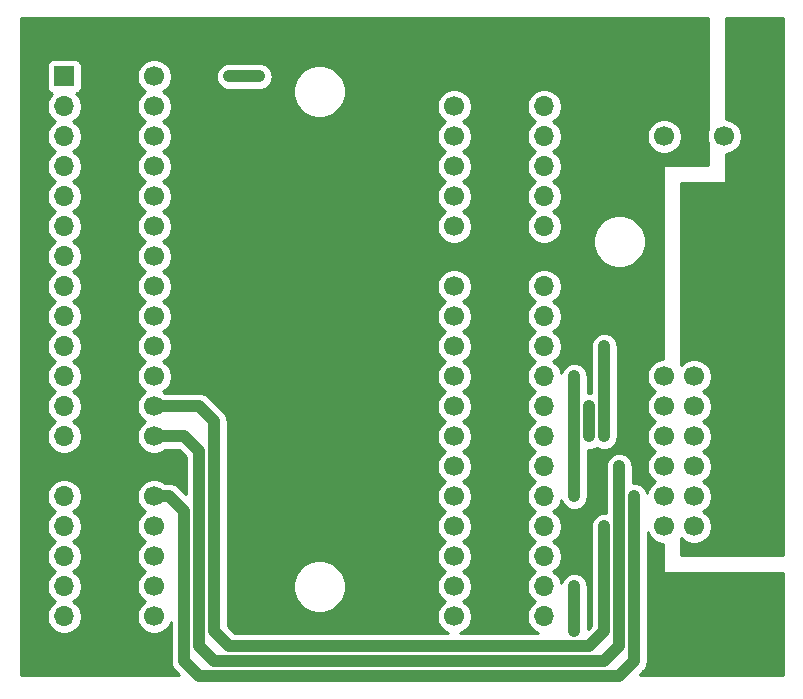
<source format=gbr>
%TF.GenerationSoftware,KiCad,Pcbnew,5.1.10-88a1d61d58~90~ubuntu20.04.1*%
%TF.CreationDate,2021-09-12T18:51:28+00:00*%
%TF.ProjectId,WifiServoBridge,57696669-5365-4727-966f-427269646765,rev?*%
%TF.SameCoordinates,Original*%
%TF.FileFunction,Copper,L2,Bot*%
%TF.FilePolarity,Positive*%
%FSLAX46Y46*%
G04 Gerber Fmt 4.6, Leading zero omitted, Abs format (unit mm)*
G04 Created by KiCad (PCBNEW 5.1.10-88a1d61d58~90~ubuntu20.04.1) date 2021-09-12 18:51:28*
%MOMM*%
%LPD*%
G01*
G04 APERTURE LIST*
%TA.AperFunction,ComponentPad*%
%ADD10O,1.700000X1.700000*%
%TD*%
%TA.AperFunction,ComponentPad*%
%ADD11R,1.700000X1.700000*%
%TD*%
%TA.AperFunction,ComponentPad*%
%ADD12C,1.700000*%
%TD*%
%TA.AperFunction,ViaPad*%
%ADD13C,0.800000*%
%TD*%
%TA.AperFunction,Conductor*%
%ADD14C,1.000000*%
%TD*%
%TA.AperFunction,Conductor*%
%ADD15C,0.254000*%
%TD*%
%TA.AperFunction,Conductor*%
%ADD16C,0.100000*%
%TD*%
G04 APERTURE END LIST*
D10*
%TO.P,J4,19*%
%TO.N,DEBUG_LED*%
X392430000Y83820000D03*
%TO.P,J4,18*%
%TO.N,MCU_GPIO7*%
X392430000Y86360000D03*
%TO.P,J4,17*%
%TO.N,MCU_GPIO8*%
X392430000Y88900000D03*
%TO.P,J4,16*%
%TO.N,MCU_GPIO15*%
X392430000Y91440000D03*
%TO.P,J4,15*%
%TO.N,SERVO_A*%
X392430000Y93980000D03*
%TO.P,J4,14*%
%TO.N,MCU_GPIO0*%
X392430000Y96520000D03*
%TO.P,J4,13*%
%TO.N,SERVO_B*%
X392430000Y99060000D03*
%TO.P,J4,12*%
%TO.N,MCU_GPIO16*%
X392430000Y101600000D03*
%TO.P,J4,11*%
%TO.N,MCU_GPIO17*%
X392430000Y104140000D03*
%TO.P,J4,10*%
%TO.N,SERVO_C*%
X392430000Y106680000D03*
%TO.P,J4,9*%
%TO.N,MCU_GPIO18*%
X392430000Y109220000D03*
%TO.P,J4,8*%
%TO.N,MCU_GPIO19*%
X392430000Y111760000D03*
%TO.P,J4,7*%
%TO.N,MCU_GND*%
X392430000Y114300000D03*
%TO.P,J4,6*%
%TO.N,MCU_GPIO21*%
X392430000Y116840000D03*
%TO.P,J4,5*%
%TO.N,MCU_GPIO3*%
X392430000Y119380000D03*
%TO.P,J4,4*%
%TO.N,MCU_GPIO1*%
X392430000Y121920000D03*
%TO.P,J4,3*%
%TO.N,MCU_GPIO22*%
X392430000Y124460000D03*
%TO.P,J4,2*%
%TO.N,MCU_GPIO23*%
X392430000Y127000000D03*
D11*
%TO.P,J4,1*%
%TO.N,MCU_GND*%
X392430000Y129540000D03*
%TD*%
D10*
%TO.P,J3,19*%
%TO.N,MCU_+5V*%
X351790000Y83820000D03*
%TO.P,J3,18*%
%TO.N,MCU_CMD*%
X351790000Y86360000D03*
%TO.P,J3,17*%
%TO.N,MCU_GPIO10*%
X351790000Y88900000D03*
%TO.P,J3,16*%
%TO.N,MCU_GPIO9*%
X351790000Y91440000D03*
%TO.P,J3,15*%
%TO.N,SERVO_E*%
X351790000Y93980000D03*
%TO.P,J3,14*%
%TO.N,MCU_GND*%
X351790000Y96520000D03*
%TO.P,J3,13*%
%TO.N,SERVO_D*%
X351790000Y99060000D03*
%TO.P,J3,12*%
%TO.N,SERVO_F*%
X351790000Y101600000D03*
%TO.P,J3,11*%
%TO.N,MCU_GPIO27*%
X351790000Y104140000D03*
%TO.P,J3,10*%
%TO.N,MCU_GPIO26*%
X351790000Y106680000D03*
%TO.P,J3,9*%
%TO.N,MCU_GPIO25*%
X351790000Y109220000D03*
%TO.P,J3,8*%
%TO.N,MCU_GPIO33*%
X351790000Y111760000D03*
%TO.P,J3,7*%
%TO.N,MCU_GPIO32*%
X351790000Y114300000D03*
%TO.P,J3,6*%
%TO.N,MCU_GPIO35*%
X351790000Y116840000D03*
%TO.P,J3,5*%
%TO.N,MCU_GPIO34*%
X351790000Y119380000D03*
%TO.P,J3,4*%
%TO.N,MCU_SN*%
X351790000Y121920000D03*
%TO.P,J3,3*%
%TO.N,MCU_SP*%
X351790000Y124460000D03*
%TO.P,J3,2*%
%TO.N,MCU_EN*%
X351790000Y127000000D03*
D11*
%TO.P,J3,1*%
%TO.N,MCU_+3V3*%
X351790000Y129540000D03*
%TD*%
%TO.P,J1,2*%
%TO.N,SERVO_GND*%
X410210000Y124460000D03*
D12*
%TO.P,J1,1*%
%TO.N,SERVO_VCC*%
X407670000Y124460000D03*
%TD*%
%TO.P,J2,1*%
%TO.N,MCU_+5V*%
X402590000Y124460000D03*
D11*
%TO.P,J2,2*%
%TO.N,MCU_GND*%
X405130000Y124460000D03*
%TD*%
D12*
%TO.P,J5,1*%
%TO.N,SERVO_A*%
X402590000Y104140000D03*
%TO.P,J5,2*%
%TO.N,SERVO_VCC*%
X405130000Y104140000D03*
D11*
%TO.P,J5,3*%
%TO.N,SERVO_GND*%
X407670000Y104140000D03*
%TD*%
%TO.P,J6,3*%
%TO.N,SERVO_GND*%
X407670000Y101600000D03*
D12*
%TO.P,J6,2*%
%TO.N,SERVO_VCC*%
X405130000Y101600000D03*
%TO.P,J6,1*%
%TO.N,SERVO_B*%
X402590000Y101600000D03*
%TD*%
%TO.P,J7,1*%
%TO.N,SERVO_C*%
X402590000Y99060000D03*
%TO.P,J7,2*%
%TO.N,SERVO_VCC*%
X405130000Y99060000D03*
D11*
%TO.P,J7,3*%
%TO.N,SERVO_GND*%
X407670000Y99060000D03*
%TD*%
%TO.P,J8,3*%
%TO.N,SERVO_GND*%
X407670000Y96520000D03*
D12*
%TO.P,J8,2*%
%TO.N,SERVO_VCC*%
X405130000Y96520000D03*
%TO.P,J8,1*%
%TO.N,SERVO_D*%
X402590000Y96520000D03*
%TD*%
%TO.P,J9,1*%
%TO.N,SERVO_E*%
X402590000Y93980000D03*
%TO.P,J9,2*%
%TO.N,SERVO_VCC*%
X405130000Y93980000D03*
D11*
%TO.P,J9,3*%
%TO.N,SERVO_GND*%
X407670000Y93980000D03*
%TD*%
%TO.P,J10,3*%
%TO.N,SERVO_GND*%
X407670000Y91440000D03*
D12*
%TO.P,J10,2*%
%TO.N,SERVO_VCC*%
X405130000Y91440000D03*
%TO.P,J10,1*%
%TO.N,SERVO_F*%
X402590000Y91440000D03*
%TD*%
%TO.P,U1,2*%
%TO.N,MCU_+3V3*%
X359410000Y129540000D03*
%TO.P,U1,4*%
%TO.N,MCU_EN*%
X359410000Y127000000D03*
%TO.P,U1,5*%
%TO.N,MCU_SP*%
X359410000Y124460000D03*
%TO.P,U1,6*%
%TO.N,MCU_SN*%
X359410000Y121920000D03*
%TO.P,U1,35*%
%TO.N,MCU_GPIO34*%
X359410000Y119380000D03*
%TO.P,U1,36*%
%TO.N,MCU_GPIO35*%
X359410000Y116840000D03*
%TO.P,U1,33*%
%TO.N,MCU_GPIO32*%
X359410000Y114300000D03*
%TO.P,U1,34*%
%TO.N,MCU_GPIO33*%
X359410000Y111760000D03*
%TO.P,U1,30*%
%TO.N,MCU_GPIO25*%
X359410000Y109220000D03*
%TO.P,U1,31*%
%TO.N,MCU_GPIO26*%
X359410000Y106680000D03*
%TO.P,U1,32*%
%TO.N,MCU_GPIO27*%
X359410000Y104140000D03*
%TO.P,U1,21*%
%TO.N,SERVO_F*%
X359410000Y101600000D03*
%TO.P,U1,19*%
%TO.N,SERVO_D*%
X359410000Y99060000D03*
D11*
%TO.P,U1,1*%
%TO.N,MCU_GND*%
X359410000Y96520000D03*
D12*
%TO.P,U1,20*%
%TO.N,SERVO_E*%
X359410000Y93980000D03*
%TO.P,U1,17*%
%TO.N,MCU_GPIO9*%
X359410000Y91440000D03*
%TO.P,U1,18*%
%TO.N,MCU_GPIO10*%
X359410000Y88900000D03*
%TO.P,U1,7*%
%TO.N,MCU_CMD*%
X359410000Y86360000D03*
%TO.P,U1,3*%
%TO.N,MCU_+5V*%
X359410000Y83820000D03*
D11*
%TO.P,U1,1*%
%TO.N,MCU_GND*%
X384810000Y129540000D03*
D12*
%TO.P,U1,29*%
%TO.N,MCU_GPIO23*%
X384810000Y127000000D03*
%TO.P,U1,28*%
%TO.N,MCU_GPIO22*%
X384810000Y124460000D03*
%TO.P,U1,9*%
%TO.N,MCU_GPIO1*%
X384810000Y121920000D03*
%TO.P,U1,11*%
%TO.N,MCU_GPIO3*%
X384810000Y119380000D03*
%TO.P,U1,27*%
%TO.N,MCU_GPIO21*%
X384810000Y116840000D03*
D11*
%TO.P,U1,1*%
%TO.N,MCU_GND*%
X384810000Y114300000D03*
D12*
%TO.P,U1,26*%
%TO.N,MCU_GPIO19*%
X384810000Y111760000D03*
%TO.P,U1,25*%
%TO.N,MCU_GPIO18*%
X384810000Y109220000D03*
%TO.P,U1,13*%
%TO.N,SERVO_C*%
X384810000Y106680000D03*
%TO.P,U1,24*%
%TO.N,MCU_GPIO17*%
X384810000Y104140000D03*
%TO.P,U1,23*%
%TO.N,MCU_GPIO16*%
X384810000Y101600000D03*
%TO.P,U1,12*%
%TO.N,SERVO_B*%
X384810000Y99060000D03*
%TO.P,U1,8*%
%TO.N,MCU_GPIO0*%
X384810000Y96520000D03*
%TO.P,U1,10*%
%TO.N,SERVO_A*%
X384810000Y93980000D03*
%TO.P,U1,22*%
%TO.N,MCU_GPIO15*%
X384810000Y91440000D03*
%TO.P,U1,16*%
%TO.N,MCU_GPIO8*%
X384810000Y88900000D03*
%TO.P,U1,15*%
%TO.N,MCU_GPIO7*%
X384810000Y86360000D03*
%TO.P,U1,14*%
%TO.N,DEBUG_LED*%
X384810000Y83820000D03*
%TD*%
D13*
%TO.N,MCU_GND*%
X411480000Y86360000D03*
X411480000Y83820000D03*
X394970000Y88900000D03*
X401955000Y88900000D03*
%TO.N,SERVO_A*%
X394970000Y93980000D03*
X394970000Y104140000D03*
%TO.N,SERVO_B*%
X396240000Y99060000D03*
X396240000Y101600000D03*
%TO.N,SERVO_C*%
X397510000Y106680000D03*
X397510000Y99060000D03*
%TO.N,SERVO_D*%
X398780000Y96520000D03*
%TO.N,SERVO_E*%
X400050000Y93980000D03*
%TO.N,SERVO_F*%
X397510000Y91440000D03*
%TO.N,MCU_+3V3*%
X365760000Y129540000D03*
X368300000Y129540000D03*
X394970000Y86360000D03*
X394970000Y82550000D03*
%TD*%
D14*
%TO.N,SERVO_A*%
X394970000Y104140000D02*
X394970000Y93980000D01*
%TO.N,SERVO_B*%
X396240000Y101600000D02*
X396240000Y99060000D01*
%TO.N,SERVO_C*%
X397510000Y99060000D02*
X397510000Y106680000D01*
%TO.N,SERVO_D*%
X398780000Y88900000D02*
X398780000Y96520000D01*
X398780000Y81280000D02*
X398780000Y88900000D01*
X363220000Y81280000D02*
X364490000Y80010000D01*
X363220000Y97790000D02*
X363220000Y81280000D01*
X364490000Y80010000D02*
X397510000Y80010000D01*
X361950000Y99060000D02*
X363220000Y97790000D01*
X397510000Y80010000D02*
X398780000Y81280000D01*
X359410000Y99060000D02*
X361950000Y99060000D01*
%TO.N,SERVO_E*%
X400050000Y88900000D02*
X400050000Y93980000D01*
X398780000Y78740000D02*
X400050000Y80010000D01*
X363220000Y78740000D02*
X398780000Y78740000D01*
X361950000Y80010000D02*
X363220000Y78740000D01*
X361950000Y92710000D02*
X361950000Y80010000D01*
X400050000Y80010000D02*
X400050000Y88900000D01*
X360680000Y93980000D02*
X361950000Y92710000D01*
X359410000Y93980000D02*
X360680000Y93980000D01*
%TO.N,SERVO_F*%
X397510000Y88900000D02*
X397510000Y91440000D01*
X396240000Y81280000D02*
X397510000Y82550000D01*
X397510000Y82550000D02*
X397510000Y88900000D01*
X365760000Y81280000D02*
X396240000Y81280000D01*
X364490000Y82550000D02*
X365760000Y81280000D01*
X363220000Y101600000D02*
X364490000Y100330000D01*
X364490000Y100330000D02*
X364490000Y82550000D01*
X359410000Y101600000D02*
X363220000Y101600000D01*
%TO.N,MCU_+3V3*%
X394970000Y82550000D02*
X394970000Y86360000D01*
X365760000Y129540000D02*
X368300000Y129540000D01*
%TD*%
D15*
%TO.N,MCU_GND*%
X406273000Y124967835D02*
X406242068Y124893158D01*
X406185000Y124606260D01*
X406185000Y124313740D01*
X406242068Y124026842D01*
X406273000Y123952165D01*
X406273000Y122047000D01*
X402590000Y122047000D01*
X402565224Y122044560D01*
X402541399Y122037333D01*
X402519443Y122025597D01*
X402500197Y122009803D01*
X402484403Y121990557D01*
X402472667Y121968601D01*
X402465440Y121944776D01*
X402463000Y121920000D01*
X402463000Y105625000D01*
X402443740Y105625000D01*
X402156842Y105567932D01*
X401886589Y105455990D01*
X401643368Y105293475D01*
X401436525Y105086632D01*
X401274010Y104843411D01*
X401162068Y104573158D01*
X401105000Y104286260D01*
X401105000Y103993740D01*
X401162068Y103706842D01*
X401274010Y103436589D01*
X401436525Y103193368D01*
X401643368Y102986525D01*
X401817760Y102870000D01*
X401643368Y102753475D01*
X401436525Y102546632D01*
X401274010Y102303411D01*
X401162068Y102033158D01*
X401105000Y101746260D01*
X401105000Y101453740D01*
X401162068Y101166842D01*
X401274010Y100896589D01*
X401436525Y100653368D01*
X401643368Y100446525D01*
X401817760Y100330000D01*
X401643368Y100213475D01*
X401436525Y100006632D01*
X401274010Y99763411D01*
X401162068Y99493158D01*
X401105000Y99206260D01*
X401105000Y98913740D01*
X401162068Y98626842D01*
X401274010Y98356589D01*
X401436525Y98113368D01*
X401643368Y97906525D01*
X401817760Y97790000D01*
X401643368Y97673475D01*
X401436525Y97466632D01*
X401274010Y97223411D01*
X401162068Y96953158D01*
X401105000Y96666260D01*
X401105000Y96373740D01*
X401162068Y96086842D01*
X401274010Y95816589D01*
X401436525Y95573368D01*
X401643368Y95366525D01*
X401817760Y95250000D01*
X401643368Y95133475D01*
X401436525Y94926632D01*
X401274010Y94683411D01*
X401162068Y94413158D01*
X401139338Y94298887D01*
X401103676Y94416447D01*
X400998284Y94613623D01*
X400856449Y94786449D01*
X400683623Y94928284D01*
X400486447Y95033676D01*
X400272499Y95098577D01*
X400050000Y95120491D01*
X399915000Y95107195D01*
X399915000Y96575752D01*
X399898577Y96742499D01*
X399833676Y96956447D01*
X399728284Y97153623D01*
X399586449Y97326449D01*
X399413623Y97468284D01*
X399216447Y97573676D01*
X399002499Y97638577D01*
X398780000Y97660491D01*
X398557502Y97638577D01*
X398343554Y97573676D01*
X398146378Y97468284D01*
X397973552Y97326449D01*
X397831717Y97153623D01*
X397726325Y96956447D01*
X397661424Y96742499D01*
X397645001Y96575752D01*
X397645000Y92567195D01*
X397510000Y92580491D01*
X397287502Y92558577D01*
X397073554Y92493676D01*
X396876378Y92388284D01*
X396703552Y92246449D01*
X396561717Y92073623D01*
X396456325Y91876447D01*
X396391424Y91662499D01*
X396375001Y91495752D01*
X396375000Y88844249D01*
X396375001Y88844239D01*
X396375000Y83020132D01*
X396105000Y82750132D01*
X396105000Y86415752D01*
X396088577Y86582499D01*
X396023676Y86796447D01*
X395918284Y86993623D01*
X395776449Y87166449D01*
X395603623Y87308284D01*
X395406447Y87413676D01*
X395192499Y87478577D01*
X394970000Y87500491D01*
X394747502Y87478577D01*
X394533554Y87413676D01*
X394336378Y87308284D01*
X394163552Y87166449D01*
X394021717Y86993623D01*
X393916325Y86796447D01*
X393880663Y86678885D01*
X393857932Y86793158D01*
X393745990Y87063411D01*
X393583475Y87306632D01*
X393376632Y87513475D01*
X393202240Y87630000D01*
X393376632Y87746525D01*
X393583475Y87953368D01*
X393745990Y88196589D01*
X393857932Y88466842D01*
X393915000Y88753740D01*
X393915000Y89046260D01*
X393857932Y89333158D01*
X393745990Y89603411D01*
X393583475Y89846632D01*
X393376632Y90053475D01*
X393202240Y90170000D01*
X393376632Y90286525D01*
X393583475Y90493368D01*
X393745990Y90736589D01*
X393857932Y91006842D01*
X393915000Y91293740D01*
X393915000Y91586260D01*
X393857932Y91873158D01*
X393745990Y92143411D01*
X393583475Y92386632D01*
X393376632Y92593475D01*
X393202240Y92710000D01*
X393376632Y92826525D01*
X393583475Y93033368D01*
X393745990Y93276589D01*
X393857932Y93546842D01*
X393880663Y93661115D01*
X393916325Y93543553D01*
X394021717Y93346377D01*
X394163552Y93173551D01*
X394336378Y93031716D01*
X394533554Y92926324D01*
X394747502Y92861423D01*
X394970000Y92839509D01*
X395192499Y92861423D01*
X395406447Y92926324D01*
X395603623Y93031716D01*
X395776449Y93173551D01*
X395918284Y93346377D01*
X396023676Y93543553D01*
X396088577Y93757501D01*
X396105000Y93924248D01*
X396105000Y97932805D01*
X396240000Y97919509D01*
X396462499Y97941423D01*
X396676447Y98006324D01*
X396873623Y98111716D01*
X396875000Y98112846D01*
X396876377Y98111716D01*
X397073553Y98006324D01*
X397287501Y97941423D01*
X397510000Y97919509D01*
X397732498Y97941423D01*
X397946446Y98006324D01*
X398143623Y98111716D01*
X398316449Y98253551D01*
X398458284Y98426377D01*
X398563676Y98623553D01*
X398628577Y98837501D01*
X398645000Y99004248D01*
X398645000Y106735752D01*
X398628577Y106902499D01*
X398563676Y107116447D01*
X398458284Y107313623D01*
X398316449Y107486449D01*
X398143623Y107628284D01*
X397946447Y107733676D01*
X397732499Y107798577D01*
X397510000Y107820491D01*
X397287502Y107798577D01*
X397073554Y107733676D01*
X396876378Y107628284D01*
X396703552Y107486449D01*
X396561717Y107313623D01*
X396456325Y107116447D01*
X396391424Y106902499D01*
X396375001Y106735752D01*
X396375000Y102727195D01*
X396240000Y102740491D01*
X396105000Y102727195D01*
X396105000Y104195752D01*
X396088577Y104362499D01*
X396023676Y104576447D01*
X395918284Y104773623D01*
X395776449Y104946449D01*
X395603623Y105088284D01*
X395406446Y105193676D01*
X395192498Y105258577D01*
X394970000Y105280491D01*
X394747501Y105258577D01*
X394533553Y105193676D01*
X394336377Y105088284D01*
X394163551Y104946449D01*
X394021716Y104773623D01*
X393916324Y104576446D01*
X393880662Y104458886D01*
X393857932Y104573158D01*
X393745990Y104843411D01*
X393583475Y105086632D01*
X393376632Y105293475D01*
X393202240Y105410000D01*
X393376632Y105526525D01*
X393583475Y105733368D01*
X393745990Y105976589D01*
X393857932Y106246842D01*
X393915000Y106533740D01*
X393915000Y106826260D01*
X393857932Y107113158D01*
X393745990Y107383411D01*
X393583475Y107626632D01*
X393376632Y107833475D01*
X393202240Y107950000D01*
X393376632Y108066525D01*
X393583475Y108273368D01*
X393745990Y108516589D01*
X393857932Y108786842D01*
X393915000Y109073740D01*
X393915000Y109366260D01*
X393857932Y109653158D01*
X393745990Y109923411D01*
X393583475Y110166632D01*
X393376632Y110373475D01*
X393202240Y110490000D01*
X393376632Y110606525D01*
X393583475Y110813368D01*
X393745990Y111056589D01*
X393857932Y111326842D01*
X393915000Y111613740D01*
X393915000Y111906260D01*
X393857932Y112193158D01*
X393745990Y112463411D01*
X393583475Y112706632D01*
X393376632Y112913475D01*
X393133411Y113075990D01*
X392863158Y113187932D01*
X392576260Y113245000D01*
X392283740Y113245000D01*
X391996842Y113187932D01*
X391726589Y113075990D01*
X391483368Y112913475D01*
X391276525Y112706632D01*
X391114010Y112463411D01*
X391002068Y112193158D01*
X390945000Y111906260D01*
X390945000Y111613740D01*
X391002068Y111326842D01*
X391114010Y111056589D01*
X391276525Y110813368D01*
X391483368Y110606525D01*
X391657760Y110490000D01*
X391483368Y110373475D01*
X391276525Y110166632D01*
X391114010Y109923411D01*
X391002068Y109653158D01*
X390945000Y109366260D01*
X390945000Y109073740D01*
X391002068Y108786842D01*
X391114010Y108516589D01*
X391276525Y108273368D01*
X391483368Y108066525D01*
X391657760Y107950000D01*
X391483368Y107833475D01*
X391276525Y107626632D01*
X391114010Y107383411D01*
X391002068Y107113158D01*
X390945000Y106826260D01*
X390945000Y106533740D01*
X391002068Y106246842D01*
X391114010Y105976589D01*
X391276525Y105733368D01*
X391483368Y105526525D01*
X391657760Y105410000D01*
X391483368Y105293475D01*
X391276525Y105086632D01*
X391114010Y104843411D01*
X391002068Y104573158D01*
X390945000Y104286260D01*
X390945000Y103993740D01*
X391002068Y103706842D01*
X391114010Y103436589D01*
X391276525Y103193368D01*
X391483368Y102986525D01*
X391657760Y102870000D01*
X391483368Y102753475D01*
X391276525Y102546632D01*
X391114010Y102303411D01*
X391002068Y102033158D01*
X390945000Y101746260D01*
X390945000Y101453740D01*
X391002068Y101166842D01*
X391114010Y100896589D01*
X391276525Y100653368D01*
X391483368Y100446525D01*
X391657760Y100330000D01*
X391483368Y100213475D01*
X391276525Y100006632D01*
X391114010Y99763411D01*
X391002068Y99493158D01*
X390945000Y99206260D01*
X390945000Y98913740D01*
X391002068Y98626842D01*
X391114010Y98356589D01*
X391276525Y98113368D01*
X391483368Y97906525D01*
X391657760Y97790000D01*
X391483368Y97673475D01*
X391276525Y97466632D01*
X391114010Y97223411D01*
X391002068Y96953158D01*
X390945000Y96666260D01*
X390945000Y96373740D01*
X391002068Y96086842D01*
X391114010Y95816589D01*
X391276525Y95573368D01*
X391483368Y95366525D01*
X391657760Y95250000D01*
X391483368Y95133475D01*
X391276525Y94926632D01*
X391114010Y94683411D01*
X391002068Y94413158D01*
X390945000Y94126260D01*
X390945000Y93833740D01*
X391002068Y93546842D01*
X391114010Y93276589D01*
X391276525Y93033368D01*
X391483368Y92826525D01*
X391657760Y92710000D01*
X391483368Y92593475D01*
X391276525Y92386632D01*
X391114010Y92143411D01*
X391002068Y91873158D01*
X390945000Y91586260D01*
X390945000Y91293740D01*
X391002068Y91006842D01*
X391114010Y90736589D01*
X391276525Y90493368D01*
X391483368Y90286525D01*
X391657760Y90170000D01*
X391483368Y90053475D01*
X391276525Y89846632D01*
X391114010Y89603411D01*
X391002068Y89333158D01*
X390945000Y89046260D01*
X390945000Y88753740D01*
X391002068Y88466842D01*
X391114010Y88196589D01*
X391276525Y87953368D01*
X391483368Y87746525D01*
X391657760Y87630000D01*
X391483368Y87513475D01*
X391276525Y87306632D01*
X391114010Y87063411D01*
X391002068Y86793158D01*
X390945000Y86506260D01*
X390945000Y86213740D01*
X391002068Y85926842D01*
X391114010Y85656589D01*
X391276525Y85413368D01*
X391483368Y85206525D01*
X391657760Y85090000D01*
X391483368Y84973475D01*
X391276525Y84766632D01*
X391114010Y84523411D01*
X391002068Y84253158D01*
X390945000Y83966260D01*
X390945000Y83673740D01*
X391002068Y83386842D01*
X391114010Y83116589D01*
X391276525Y82873368D01*
X391483368Y82666525D01*
X391726589Y82504010D01*
X391941479Y82415000D01*
X385298521Y82415000D01*
X385513411Y82504010D01*
X385756632Y82666525D01*
X385963475Y82873368D01*
X386125990Y83116589D01*
X386237932Y83386842D01*
X386295000Y83673740D01*
X386295000Y83966260D01*
X386237932Y84253158D01*
X386125990Y84523411D01*
X385963475Y84766632D01*
X385756632Y84973475D01*
X385582240Y85090000D01*
X385756632Y85206525D01*
X385963475Y85413368D01*
X386125990Y85656589D01*
X386237932Y85926842D01*
X386295000Y86213740D01*
X386295000Y86506260D01*
X386237932Y86793158D01*
X386125990Y87063411D01*
X385963475Y87306632D01*
X385756632Y87513475D01*
X385582240Y87630000D01*
X385756632Y87746525D01*
X385963475Y87953368D01*
X386125990Y88196589D01*
X386237932Y88466842D01*
X386295000Y88753740D01*
X386295000Y89046260D01*
X386237932Y89333158D01*
X386125990Y89603411D01*
X385963475Y89846632D01*
X385756632Y90053475D01*
X385582240Y90170000D01*
X385756632Y90286525D01*
X385963475Y90493368D01*
X386125990Y90736589D01*
X386237932Y91006842D01*
X386295000Y91293740D01*
X386295000Y91586260D01*
X386237932Y91873158D01*
X386125990Y92143411D01*
X385963475Y92386632D01*
X385756632Y92593475D01*
X385582240Y92710000D01*
X385756632Y92826525D01*
X385963475Y93033368D01*
X386125990Y93276589D01*
X386237932Y93546842D01*
X386295000Y93833740D01*
X386295000Y94126260D01*
X386237932Y94413158D01*
X386125990Y94683411D01*
X385963475Y94926632D01*
X385756632Y95133475D01*
X385582240Y95250000D01*
X385756632Y95366525D01*
X385963475Y95573368D01*
X386125990Y95816589D01*
X386237932Y96086842D01*
X386295000Y96373740D01*
X386295000Y96666260D01*
X386237932Y96953158D01*
X386125990Y97223411D01*
X385963475Y97466632D01*
X385756632Y97673475D01*
X385582240Y97790000D01*
X385756632Y97906525D01*
X385963475Y98113368D01*
X386125990Y98356589D01*
X386237932Y98626842D01*
X386295000Y98913740D01*
X386295000Y99206260D01*
X386237932Y99493158D01*
X386125990Y99763411D01*
X385963475Y100006632D01*
X385756632Y100213475D01*
X385582240Y100330000D01*
X385756632Y100446525D01*
X385963475Y100653368D01*
X386125990Y100896589D01*
X386237932Y101166842D01*
X386295000Y101453740D01*
X386295000Y101746260D01*
X386237932Y102033158D01*
X386125990Y102303411D01*
X385963475Y102546632D01*
X385756632Y102753475D01*
X385582240Y102870000D01*
X385756632Y102986525D01*
X385963475Y103193368D01*
X386125990Y103436589D01*
X386237932Y103706842D01*
X386295000Y103993740D01*
X386295000Y104286260D01*
X386237932Y104573158D01*
X386125990Y104843411D01*
X385963475Y105086632D01*
X385756632Y105293475D01*
X385582240Y105410000D01*
X385756632Y105526525D01*
X385963475Y105733368D01*
X386125990Y105976589D01*
X386237932Y106246842D01*
X386295000Y106533740D01*
X386295000Y106826260D01*
X386237932Y107113158D01*
X386125990Y107383411D01*
X385963475Y107626632D01*
X385756632Y107833475D01*
X385582240Y107950000D01*
X385756632Y108066525D01*
X385963475Y108273368D01*
X386125990Y108516589D01*
X386237932Y108786842D01*
X386295000Y109073740D01*
X386295000Y109366260D01*
X386237932Y109653158D01*
X386125990Y109923411D01*
X385963475Y110166632D01*
X385756632Y110373475D01*
X385582240Y110490000D01*
X385756632Y110606525D01*
X385963475Y110813368D01*
X386125990Y111056589D01*
X386237932Y111326842D01*
X386295000Y111613740D01*
X386295000Y111906260D01*
X386237932Y112193158D01*
X386125990Y112463411D01*
X385963475Y112706632D01*
X385756632Y112913475D01*
X385513411Y113075990D01*
X385243158Y113187932D01*
X384956260Y113245000D01*
X384663740Y113245000D01*
X384376842Y113187932D01*
X384106589Y113075990D01*
X383863368Y112913475D01*
X383656525Y112706632D01*
X383494010Y112463411D01*
X383382068Y112193158D01*
X383325000Y111906260D01*
X383325000Y111613740D01*
X383382068Y111326842D01*
X383494010Y111056589D01*
X383656525Y110813368D01*
X383863368Y110606525D01*
X384037760Y110490000D01*
X383863368Y110373475D01*
X383656525Y110166632D01*
X383494010Y109923411D01*
X383382068Y109653158D01*
X383325000Y109366260D01*
X383325000Y109073740D01*
X383382068Y108786842D01*
X383494010Y108516589D01*
X383656525Y108273368D01*
X383863368Y108066525D01*
X384037760Y107950000D01*
X383863368Y107833475D01*
X383656525Y107626632D01*
X383494010Y107383411D01*
X383382068Y107113158D01*
X383325000Y106826260D01*
X383325000Y106533740D01*
X383382068Y106246842D01*
X383494010Y105976589D01*
X383656525Y105733368D01*
X383863368Y105526525D01*
X384037760Y105410000D01*
X383863368Y105293475D01*
X383656525Y105086632D01*
X383494010Y104843411D01*
X383382068Y104573158D01*
X383325000Y104286260D01*
X383325000Y103993740D01*
X383382068Y103706842D01*
X383494010Y103436589D01*
X383656525Y103193368D01*
X383863368Y102986525D01*
X384037760Y102870000D01*
X383863368Y102753475D01*
X383656525Y102546632D01*
X383494010Y102303411D01*
X383382068Y102033158D01*
X383325000Y101746260D01*
X383325000Y101453740D01*
X383382068Y101166842D01*
X383494010Y100896589D01*
X383656525Y100653368D01*
X383863368Y100446525D01*
X384037760Y100330000D01*
X383863368Y100213475D01*
X383656525Y100006632D01*
X383494010Y99763411D01*
X383382068Y99493158D01*
X383325000Y99206260D01*
X383325000Y98913740D01*
X383382068Y98626842D01*
X383494010Y98356589D01*
X383656525Y98113368D01*
X383863368Y97906525D01*
X384037760Y97790000D01*
X383863368Y97673475D01*
X383656525Y97466632D01*
X383494010Y97223411D01*
X383382068Y96953158D01*
X383325000Y96666260D01*
X383325000Y96373740D01*
X383382068Y96086842D01*
X383494010Y95816589D01*
X383656525Y95573368D01*
X383863368Y95366525D01*
X384037760Y95250000D01*
X383863368Y95133475D01*
X383656525Y94926632D01*
X383494010Y94683411D01*
X383382068Y94413158D01*
X383325000Y94126260D01*
X383325000Y93833740D01*
X383382068Y93546842D01*
X383494010Y93276589D01*
X383656525Y93033368D01*
X383863368Y92826525D01*
X384037760Y92710000D01*
X383863368Y92593475D01*
X383656525Y92386632D01*
X383494010Y92143411D01*
X383382068Y91873158D01*
X383325000Y91586260D01*
X383325000Y91293740D01*
X383382068Y91006842D01*
X383494010Y90736589D01*
X383656525Y90493368D01*
X383863368Y90286525D01*
X384037760Y90170000D01*
X383863368Y90053475D01*
X383656525Y89846632D01*
X383494010Y89603411D01*
X383382068Y89333158D01*
X383325000Y89046260D01*
X383325000Y88753740D01*
X383382068Y88466842D01*
X383494010Y88196589D01*
X383656525Y87953368D01*
X383863368Y87746525D01*
X384037760Y87630000D01*
X383863368Y87513475D01*
X383656525Y87306632D01*
X383494010Y87063411D01*
X383382068Y86793158D01*
X383325000Y86506260D01*
X383325000Y86213740D01*
X383382068Y85926842D01*
X383494010Y85656589D01*
X383656525Y85413368D01*
X383863368Y85206525D01*
X384037760Y85090000D01*
X383863368Y84973475D01*
X383656525Y84766632D01*
X383494010Y84523411D01*
X383382068Y84253158D01*
X383325000Y83966260D01*
X383325000Y83673740D01*
X383382068Y83386842D01*
X383494010Y83116589D01*
X383656525Y82873368D01*
X383863368Y82666525D01*
X384106589Y82504010D01*
X384321479Y82415000D01*
X366230132Y82415000D01*
X365625000Y83020131D01*
X365625000Y86580128D01*
X371145000Y86580128D01*
X371145000Y86139872D01*
X371230890Y85708075D01*
X371399369Y85301331D01*
X371643962Y84935271D01*
X371955271Y84623962D01*
X372321331Y84379369D01*
X372728075Y84210890D01*
X373159872Y84125000D01*
X373600128Y84125000D01*
X374031925Y84210890D01*
X374438669Y84379369D01*
X374804729Y84623962D01*
X375116038Y84935271D01*
X375360631Y85301331D01*
X375529110Y85708075D01*
X375615000Y86139872D01*
X375615000Y86580128D01*
X375529110Y87011925D01*
X375360631Y87418669D01*
X375116038Y87784729D01*
X374804729Y88096038D01*
X374438669Y88340631D01*
X374031925Y88509110D01*
X373600128Y88595000D01*
X373159872Y88595000D01*
X372728075Y88509110D01*
X372321331Y88340631D01*
X371955271Y88096038D01*
X371643962Y87784729D01*
X371399369Y87418669D01*
X371230890Y87011925D01*
X371145000Y86580128D01*
X365625000Y86580128D01*
X365625000Y100274257D01*
X365630490Y100330001D01*
X365625000Y100385745D01*
X365625000Y100385752D01*
X365608577Y100552499D01*
X365543676Y100766447D01*
X365438284Y100963623D01*
X365296449Y101136449D01*
X365253140Y101171992D01*
X364061996Y102363135D01*
X364026449Y102406449D01*
X363853623Y102548284D01*
X363656447Y102653676D01*
X363442499Y102718577D01*
X363275752Y102735000D01*
X363275751Y102735000D01*
X363220000Y102740491D01*
X363164249Y102735000D01*
X360375107Y102735000D01*
X360356632Y102753475D01*
X360182240Y102870000D01*
X360356632Y102986525D01*
X360563475Y103193368D01*
X360725990Y103436589D01*
X360837932Y103706842D01*
X360895000Y103993740D01*
X360895000Y104286260D01*
X360837932Y104573158D01*
X360725990Y104843411D01*
X360563475Y105086632D01*
X360356632Y105293475D01*
X360182240Y105410000D01*
X360356632Y105526525D01*
X360563475Y105733368D01*
X360725990Y105976589D01*
X360837932Y106246842D01*
X360895000Y106533740D01*
X360895000Y106826260D01*
X360837932Y107113158D01*
X360725990Y107383411D01*
X360563475Y107626632D01*
X360356632Y107833475D01*
X360182240Y107950000D01*
X360356632Y108066525D01*
X360563475Y108273368D01*
X360725990Y108516589D01*
X360837932Y108786842D01*
X360895000Y109073740D01*
X360895000Y109366260D01*
X360837932Y109653158D01*
X360725990Y109923411D01*
X360563475Y110166632D01*
X360356632Y110373475D01*
X360182240Y110490000D01*
X360356632Y110606525D01*
X360563475Y110813368D01*
X360725990Y111056589D01*
X360837932Y111326842D01*
X360895000Y111613740D01*
X360895000Y111906260D01*
X360837932Y112193158D01*
X360725990Y112463411D01*
X360563475Y112706632D01*
X360356632Y112913475D01*
X360182240Y113030000D01*
X360356632Y113146525D01*
X360563475Y113353368D01*
X360725990Y113596589D01*
X360837932Y113866842D01*
X360895000Y114153740D01*
X360895000Y114446260D01*
X360837932Y114733158D01*
X360725990Y115003411D01*
X360563475Y115246632D01*
X360356632Y115453475D01*
X360182240Y115570000D01*
X360356632Y115686525D01*
X360563475Y115893368D01*
X360725990Y116136589D01*
X360837932Y116406842D01*
X360895000Y116693740D01*
X360895000Y116986260D01*
X360837932Y117273158D01*
X360725990Y117543411D01*
X360563475Y117786632D01*
X360356632Y117993475D01*
X360182240Y118110000D01*
X360356632Y118226525D01*
X360563475Y118433368D01*
X360725990Y118676589D01*
X360837932Y118946842D01*
X360895000Y119233740D01*
X360895000Y119526260D01*
X360837932Y119813158D01*
X360725990Y120083411D01*
X360563475Y120326632D01*
X360356632Y120533475D01*
X360182240Y120650000D01*
X360356632Y120766525D01*
X360563475Y120973368D01*
X360725990Y121216589D01*
X360837932Y121486842D01*
X360895000Y121773740D01*
X360895000Y122066260D01*
X360837932Y122353158D01*
X360725990Y122623411D01*
X360563475Y122866632D01*
X360356632Y123073475D01*
X360182240Y123190000D01*
X360356632Y123306525D01*
X360563475Y123513368D01*
X360725990Y123756589D01*
X360837932Y124026842D01*
X360895000Y124313740D01*
X360895000Y124606260D01*
X360837932Y124893158D01*
X360725990Y125163411D01*
X360563475Y125406632D01*
X360356632Y125613475D01*
X360182240Y125730000D01*
X360356632Y125846525D01*
X360563475Y126053368D01*
X360725990Y126296589D01*
X360837932Y126566842D01*
X360895000Y126853740D01*
X360895000Y127146260D01*
X360837932Y127433158D01*
X360725990Y127703411D01*
X360563475Y127946632D01*
X360356632Y128153475D01*
X360182240Y128270000D01*
X360356632Y128386525D01*
X360563475Y128593368D01*
X360725990Y128836589D01*
X360837932Y129106842D01*
X360895000Y129393740D01*
X360895000Y129540000D01*
X364619509Y129540000D01*
X364641423Y129317501D01*
X364706324Y129103553D01*
X364811716Y128906377D01*
X364953551Y128733551D01*
X365126377Y128591716D01*
X365323553Y128486324D01*
X365537501Y128421423D01*
X365704248Y128405000D01*
X368355752Y128405000D01*
X368522499Y128421423D01*
X368736447Y128486324D01*
X368743563Y128490128D01*
X371145000Y128490128D01*
X371145000Y128049872D01*
X371230890Y127618075D01*
X371399369Y127211331D01*
X371643962Y126845271D01*
X371955271Y126533962D01*
X372321331Y126289369D01*
X372728075Y126120890D01*
X373159872Y126035000D01*
X373600128Y126035000D01*
X374031925Y126120890D01*
X374438669Y126289369D01*
X374804729Y126533962D01*
X375116038Y126845271D01*
X375317152Y127146260D01*
X383325000Y127146260D01*
X383325000Y126853740D01*
X383382068Y126566842D01*
X383494010Y126296589D01*
X383656525Y126053368D01*
X383863368Y125846525D01*
X384037760Y125730000D01*
X383863368Y125613475D01*
X383656525Y125406632D01*
X383494010Y125163411D01*
X383382068Y124893158D01*
X383325000Y124606260D01*
X383325000Y124313740D01*
X383382068Y124026842D01*
X383494010Y123756589D01*
X383656525Y123513368D01*
X383863368Y123306525D01*
X384037760Y123190000D01*
X383863368Y123073475D01*
X383656525Y122866632D01*
X383494010Y122623411D01*
X383382068Y122353158D01*
X383325000Y122066260D01*
X383325000Y121773740D01*
X383382068Y121486842D01*
X383494010Y121216589D01*
X383656525Y120973368D01*
X383863368Y120766525D01*
X384037760Y120650000D01*
X383863368Y120533475D01*
X383656525Y120326632D01*
X383494010Y120083411D01*
X383382068Y119813158D01*
X383325000Y119526260D01*
X383325000Y119233740D01*
X383382068Y118946842D01*
X383494010Y118676589D01*
X383656525Y118433368D01*
X383863368Y118226525D01*
X384037760Y118110000D01*
X383863368Y117993475D01*
X383656525Y117786632D01*
X383494010Y117543411D01*
X383382068Y117273158D01*
X383325000Y116986260D01*
X383325000Y116693740D01*
X383382068Y116406842D01*
X383494010Y116136589D01*
X383656525Y115893368D01*
X383863368Y115686525D01*
X384106589Y115524010D01*
X384376842Y115412068D01*
X384663740Y115355000D01*
X384956260Y115355000D01*
X385243158Y115412068D01*
X385513411Y115524010D01*
X385756632Y115686525D01*
X385963475Y115893368D01*
X386125990Y116136589D01*
X386237932Y116406842D01*
X386295000Y116693740D01*
X386295000Y116986260D01*
X386237932Y117273158D01*
X386125990Y117543411D01*
X385963475Y117786632D01*
X385756632Y117993475D01*
X385582240Y118110000D01*
X385756632Y118226525D01*
X385963475Y118433368D01*
X386125990Y118676589D01*
X386237932Y118946842D01*
X386295000Y119233740D01*
X386295000Y119526260D01*
X386237932Y119813158D01*
X386125990Y120083411D01*
X385963475Y120326632D01*
X385756632Y120533475D01*
X385582240Y120650000D01*
X385756632Y120766525D01*
X385963475Y120973368D01*
X386125990Y121216589D01*
X386237932Y121486842D01*
X386295000Y121773740D01*
X386295000Y122066260D01*
X386237932Y122353158D01*
X386125990Y122623411D01*
X385963475Y122866632D01*
X385756632Y123073475D01*
X385582240Y123190000D01*
X385756632Y123306525D01*
X385963475Y123513368D01*
X386125990Y123756589D01*
X386237932Y124026842D01*
X386295000Y124313740D01*
X386295000Y124606260D01*
X386237932Y124893158D01*
X386125990Y125163411D01*
X385963475Y125406632D01*
X385756632Y125613475D01*
X385582240Y125730000D01*
X385756632Y125846525D01*
X385963475Y126053368D01*
X386125990Y126296589D01*
X386237932Y126566842D01*
X386295000Y126853740D01*
X386295000Y127146260D01*
X390945000Y127146260D01*
X390945000Y126853740D01*
X391002068Y126566842D01*
X391114010Y126296589D01*
X391276525Y126053368D01*
X391483368Y125846525D01*
X391657760Y125730000D01*
X391483368Y125613475D01*
X391276525Y125406632D01*
X391114010Y125163411D01*
X391002068Y124893158D01*
X390945000Y124606260D01*
X390945000Y124313740D01*
X391002068Y124026842D01*
X391114010Y123756589D01*
X391276525Y123513368D01*
X391483368Y123306525D01*
X391657760Y123190000D01*
X391483368Y123073475D01*
X391276525Y122866632D01*
X391114010Y122623411D01*
X391002068Y122353158D01*
X390945000Y122066260D01*
X390945000Y121773740D01*
X391002068Y121486842D01*
X391114010Y121216589D01*
X391276525Y120973368D01*
X391483368Y120766525D01*
X391657760Y120650000D01*
X391483368Y120533475D01*
X391276525Y120326632D01*
X391114010Y120083411D01*
X391002068Y119813158D01*
X390945000Y119526260D01*
X390945000Y119233740D01*
X391002068Y118946842D01*
X391114010Y118676589D01*
X391276525Y118433368D01*
X391483368Y118226525D01*
X391657760Y118110000D01*
X391483368Y117993475D01*
X391276525Y117786632D01*
X391114010Y117543411D01*
X391002068Y117273158D01*
X390945000Y116986260D01*
X390945000Y116693740D01*
X391002068Y116406842D01*
X391114010Y116136589D01*
X391276525Y115893368D01*
X391483368Y115686525D01*
X391726589Y115524010D01*
X391996842Y115412068D01*
X392283740Y115355000D01*
X392576260Y115355000D01*
X392863158Y115412068D01*
X393133411Y115524010D01*
X393376632Y115686525D01*
X393480235Y115790128D01*
X396545000Y115790128D01*
X396545000Y115349872D01*
X396630890Y114918075D01*
X396799369Y114511331D01*
X397043962Y114145271D01*
X397355271Y113833962D01*
X397721331Y113589369D01*
X398128075Y113420890D01*
X398559872Y113335000D01*
X399000128Y113335000D01*
X399431925Y113420890D01*
X399838669Y113589369D01*
X400204729Y113833962D01*
X400516038Y114145271D01*
X400760631Y114511331D01*
X400929110Y114918075D01*
X401015000Y115349872D01*
X401015000Y115790128D01*
X400929110Y116221925D01*
X400760631Y116628669D01*
X400516038Y116994729D01*
X400204729Y117306038D01*
X399838669Y117550631D01*
X399431925Y117719110D01*
X399000128Y117805000D01*
X398559872Y117805000D01*
X398128075Y117719110D01*
X397721331Y117550631D01*
X397355271Y117306038D01*
X397043962Y116994729D01*
X396799369Y116628669D01*
X396630890Y116221925D01*
X396545000Y115790128D01*
X393480235Y115790128D01*
X393583475Y115893368D01*
X393745990Y116136589D01*
X393857932Y116406842D01*
X393915000Y116693740D01*
X393915000Y116986260D01*
X393857932Y117273158D01*
X393745990Y117543411D01*
X393583475Y117786632D01*
X393376632Y117993475D01*
X393202240Y118110000D01*
X393376632Y118226525D01*
X393583475Y118433368D01*
X393745990Y118676589D01*
X393857932Y118946842D01*
X393915000Y119233740D01*
X393915000Y119526260D01*
X393857932Y119813158D01*
X393745990Y120083411D01*
X393583475Y120326632D01*
X393376632Y120533475D01*
X393202240Y120650000D01*
X393376632Y120766525D01*
X393583475Y120973368D01*
X393745990Y121216589D01*
X393857932Y121486842D01*
X393915000Y121773740D01*
X393915000Y122066260D01*
X393857932Y122353158D01*
X393745990Y122623411D01*
X393583475Y122866632D01*
X393376632Y123073475D01*
X393202240Y123190000D01*
X393376632Y123306525D01*
X393583475Y123513368D01*
X393745990Y123756589D01*
X393857932Y124026842D01*
X393915000Y124313740D01*
X393915000Y124606260D01*
X401105000Y124606260D01*
X401105000Y124313740D01*
X401162068Y124026842D01*
X401274010Y123756589D01*
X401436525Y123513368D01*
X401643368Y123306525D01*
X401886589Y123144010D01*
X402156842Y123032068D01*
X402443740Y122975000D01*
X402736260Y122975000D01*
X403023158Y123032068D01*
X403293411Y123144010D01*
X403536632Y123306525D01*
X403743475Y123513368D01*
X403905990Y123756589D01*
X404017932Y124026842D01*
X404075000Y124313740D01*
X404075000Y124606260D01*
X404017932Y124893158D01*
X403905990Y125163411D01*
X403743475Y125406632D01*
X403536632Y125613475D01*
X403293411Y125775990D01*
X403023158Y125887932D01*
X402736260Y125945000D01*
X402443740Y125945000D01*
X402156842Y125887932D01*
X401886589Y125775990D01*
X401643368Y125613475D01*
X401436525Y125406632D01*
X401274010Y125163411D01*
X401162068Y124893158D01*
X401105000Y124606260D01*
X393915000Y124606260D01*
X393857932Y124893158D01*
X393745990Y125163411D01*
X393583475Y125406632D01*
X393376632Y125613475D01*
X393202240Y125730000D01*
X393376632Y125846525D01*
X393583475Y126053368D01*
X393745990Y126296589D01*
X393857932Y126566842D01*
X393915000Y126853740D01*
X393915000Y127146260D01*
X393857932Y127433158D01*
X393745990Y127703411D01*
X393583475Y127946632D01*
X393376632Y128153475D01*
X393133411Y128315990D01*
X392863158Y128427932D01*
X392576260Y128485000D01*
X392283740Y128485000D01*
X391996842Y128427932D01*
X391726589Y128315990D01*
X391483368Y128153475D01*
X391276525Y127946632D01*
X391114010Y127703411D01*
X391002068Y127433158D01*
X390945000Y127146260D01*
X386295000Y127146260D01*
X386237932Y127433158D01*
X386125990Y127703411D01*
X385963475Y127946632D01*
X385756632Y128153475D01*
X385513411Y128315990D01*
X385243158Y128427932D01*
X384956260Y128485000D01*
X384663740Y128485000D01*
X384376842Y128427932D01*
X384106589Y128315990D01*
X383863368Y128153475D01*
X383656525Y127946632D01*
X383494010Y127703411D01*
X383382068Y127433158D01*
X383325000Y127146260D01*
X375317152Y127146260D01*
X375360631Y127211331D01*
X375529110Y127618075D01*
X375615000Y128049872D01*
X375615000Y128490128D01*
X375529110Y128921925D01*
X375360631Y129328669D01*
X375116038Y129694729D01*
X374804729Y130006038D01*
X374438669Y130250631D01*
X374031925Y130419110D01*
X373600128Y130505000D01*
X373159872Y130505000D01*
X372728075Y130419110D01*
X372321331Y130250631D01*
X371955271Y130006038D01*
X371643962Y129694729D01*
X371399369Y129328669D01*
X371230890Y128921925D01*
X371145000Y128490128D01*
X368743563Y128490128D01*
X368933623Y128591716D01*
X369106449Y128733551D01*
X369248284Y128906377D01*
X369353676Y129103553D01*
X369418577Y129317501D01*
X369440491Y129540000D01*
X369418577Y129762499D01*
X369353676Y129976447D01*
X369248284Y130173623D01*
X369106449Y130346449D01*
X368933623Y130488284D01*
X368736447Y130593676D01*
X368522499Y130658577D01*
X368355752Y130675000D01*
X365704248Y130675000D01*
X365537501Y130658577D01*
X365323553Y130593676D01*
X365126377Y130488284D01*
X364953551Y130346449D01*
X364811716Y130173623D01*
X364706324Y129976447D01*
X364641423Y129762499D01*
X364619509Y129540000D01*
X360895000Y129540000D01*
X360895000Y129686260D01*
X360837932Y129973158D01*
X360725990Y130243411D01*
X360563475Y130486632D01*
X360356632Y130693475D01*
X360113411Y130855990D01*
X359843158Y130967932D01*
X359556260Y131025000D01*
X359263740Y131025000D01*
X358976842Y130967932D01*
X358706589Y130855990D01*
X358463368Y130693475D01*
X358256525Y130486632D01*
X358094010Y130243411D01*
X357982068Y129973158D01*
X357925000Y129686260D01*
X357925000Y129393740D01*
X357982068Y129106842D01*
X358094010Y128836589D01*
X358256525Y128593368D01*
X358463368Y128386525D01*
X358637760Y128270000D01*
X358463368Y128153475D01*
X358256525Y127946632D01*
X358094010Y127703411D01*
X357982068Y127433158D01*
X357925000Y127146260D01*
X357925000Y126853740D01*
X357982068Y126566842D01*
X358094010Y126296589D01*
X358256525Y126053368D01*
X358463368Y125846525D01*
X358637760Y125730000D01*
X358463368Y125613475D01*
X358256525Y125406632D01*
X358094010Y125163411D01*
X357982068Y124893158D01*
X357925000Y124606260D01*
X357925000Y124313740D01*
X357982068Y124026842D01*
X358094010Y123756589D01*
X358256525Y123513368D01*
X358463368Y123306525D01*
X358637760Y123190000D01*
X358463368Y123073475D01*
X358256525Y122866632D01*
X358094010Y122623411D01*
X357982068Y122353158D01*
X357925000Y122066260D01*
X357925000Y121773740D01*
X357982068Y121486842D01*
X358094010Y121216589D01*
X358256525Y120973368D01*
X358463368Y120766525D01*
X358637760Y120650000D01*
X358463368Y120533475D01*
X358256525Y120326632D01*
X358094010Y120083411D01*
X357982068Y119813158D01*
X357925000Y119526260D01*
X357925000Y119233740D01*
X357982068Y118946842D01*
X358094010Y118676589D01*
X358256525Y118433368D01*
X358463368Y118226525D01*
X358637760Y118110000D01*
X358463368Y117993475D01*
X358256525Y117786632D01*
X358094010Y117543411D01*
X357982068Y117273158D01*
X357925000Y116986260D01*
X357925000Y116693740D01*
X357982068Y116406842D01*
X358094010Y116136589D01*
X358256525Y115893368D01*
X358463368Y115686525D01*
X358637760Y115570000D01*
X358463368Y115453475D01*
X358256525Y115246632D01*
X358094010Y115003411D01*
X357982068Y114733158D01*
X357925000Y114446260D01*
X357925000Y114153740D01*
X357982068Y113866842D01*
X358094010Y113596589D01*
X358256525Y113353368D01*
X358463368Y113146525D01*
X358637760Y113030000D01*
X358463368Y112913475D01*
X358256525Y112706632D01*
X358094010Y112463411D01*
X357982068Y112193158D01*
X357925000Y111906260D01*
X357925000Y111613740D01*
X357982068Y111326842D01*
X358094010Y111056589D01*
X358256525Y110813368D01*
X358463368Y110606525D01*
X358637760Y110490000D01*
X358463368Y110373475D01*
X358256525Y110166632D01*
X358094010Y109923411D01*
X357982068Y109653158D01*
X357925000Y109366260D01*
X357925000Y109073740D01*
X357982068Y108786842D01*
X358094010Y108516589D01*
X358256525Y108273368D01*
X358463368Y108066525D01*
X358637760Y107950000D01*
X358463368Y107833475D01*
X358256525Y107626632D01*
X358094010Y107383411D01*
X357982068Y107113158D01*
X357925000Y106826260D01*
X357925000Y106533740D01*
X357982068Y106246842D01*
X358094010Y105976589D01*
X358256525Y105733368D01*
X358463368Y105526525D01*
X358637760Y105410000D01*
X358463368Y105293475D01*
X358256525Y105086632D01*
X358094010Y104843411D01*
X357982068Y104573158D01*
X357925000Y104286260D01*
X357925000Y103993740D01*
X357982068Y103706842D01*
X358094010Y103436589D01*
X358256525Y103193368D01*
X358463368Y102986525D01*
X358637760Y102870000D01*
X358463368Y102753475D01*
X358256525Y102546632D01*
X358094010Y102303411D01*
X357982068Y102033158D01*
X357925000Y101746260D01*
X357925000Y101453740D01*
X357982068Y101166842D01*
X358094010Y100896589D01*
X358256525Y100653368D01*
X358463368Y100446525D01*
X358637760Y100330000D01*
X358463368Y100213475D01*
X358256525Y100006632D01*
X358094010Y99763411D01*
X357982068Y99493158D01*
X357925000Y99206260D01*
X357925000Y98913740D01*
X357982068Y98626842D01*
X358094010Y98356589D01*
X358256525Y98113368D01*
X358463368Y97906525D01*
X358706589Y97744010D01*
X358976842Y97632068D01*
X359263740Y97575000D01*
X359556260Y97575000D01*
X359843158Y97632068D01*
X360113411Y97744010D01*
X360356632Y97906525D01*
X360375107Y97925000D01*
X361479869Y97925000D01*
X362085000Y97319868D01*
X362085000Y94180131D01*
X361521996Y94743135D01*
X361486449Y94786449D01*
X361313623Y94928284D01*
X361116447Y95033676D01*
X360902499Y95098577D01*
X360735752Y95115000D01*
X360735751Y95115000D01*
X360680000Y95120491D01*
X360624249Y95115000D01*
X360375107Y95115000D01*
X360356632Y95133475D01*
X360113411Y95295990D01*
X359843158Y95407932D01*
X359556260Y95465000D01*
X359263740Y95465000D01*
X358976842Y95407932D01*
X358706589Y95295990D01*
X358463368Y95133475D01*
X358256525Y94926632D01*
X358094010Y94683411D01*
X357982068Y94413158D01*
X357925000Y94126260D01*
X357925000Y93833740D01*
X357982068Y93546842D01*
X358094010Y93276589D01*
X358256525Y93033368D01*
X358463368Y92826525D01*
X358637760Y92710000D01*
X358463368Y92593475D01*
X358256525Y92386632D01*
X358094010Y92143411D01*
X357982068Y91873158D01*
X357925000Y91586260D01*
X357925000Y91293740D01*
X357982068Y91006842D01*
X358094010Y90736589D01*
X358256525Y90493368D01*
X358463368Y90286525D01*
X358637760Y90170000D01*
X358463368Y90053475D01*
X358256525Y89846632D01*
X358094010Y89603411D01*
X357982068Y89333158D01*
X357925000Y89046260D01*
X357925000Y88753740D01*
X357982068Y88466842D01*
X358094010Y88196589D01*
X358256525Y87953368D01*
X358463368Y87746525D01*
X358637760Y87630000D01*
X358463368Y87513475D01*
X358256525Y87306632D01*
X358094010Y87063411D01*
X357982068Y86793158D01*
X357925000Y86506260D01*
X357925000Y86213740D01*
X357982068Y85926842D01*
X358094010Y85656589D01*
X358256525Y85413368D01*
X358463368Y85206525D01*
X358637760Y85090000D01*
X358463368Y84973475D01*
X358256525Y84766632D01*
X358094010Y84523411D01*
X357982068Y84253158D01*
X357925000Y83966260D01*
X357925000Y83673740D01*
X357982068Y83386842D01*
X358094010Y83116589D01*
X358256525Y82873368D01*
X358463368Y82666525D01*
X358706589Y82504010D01*
X358976842Y82392068D01*
X359263740Y82335000D01*
X359556260Y82335000D01*
X359843158Y82392068D01*
X360113411Y82504010D01*
X360356632Y82666525D01*
X360563475Y82873368D01*
X360725990Y83116589D01*
X360815001Y83331480D01*
X360815001Y80065761D01*
X360809509Y80010000D01*
X360831423Y79787502D01*
X360896324Y79573554D01*
X360896325Y79573553D01*
X361001717Y79376377D01*
X361143552Y79203551D01*
X361186860Y79168009D01*
X361487869Y78867000D01*
X348107000Y78867000D01*
X348107000Y94126260D01*
X350305000Y94126260D01*
X350305000Y93833740D01*
X350362068Y93546842D01*
X350474010Y93276589D01*
X350636525Y93033368D01*
X350843368Y92826525D01*
X351017760Y92710000D01*
X350843368Y92593475D01*
X350636525Y92386632D01*
X350474010Y92143411D01*
X350362068Y91873158D01*
X350305000Y91586260D01*
X350305000Y91293740D01*
X350362068Y91006842D01*
X350474010Y90736589D01*
X350636525Y90493368D01*
X350843368Y90286525D01*
X351017760Y90170000D01*
X350843368Y90053475D01*
X350636525Y89846632D01*
X350474010Y89603411D01*
X350362068Y89333158D01*
X350305000Y89046260D01*
X350305000Y88753740D01*
X350362068Y88466842D01*
X350474010Y88196589D01*
X350636525Y87953368D01*
X350843368Y87746525D01*
X351017760Y87630000D01*
X350843368Y87513475D01*
X350636525Y87306632D01*
X350474010Y87063411D01*
X350362068Y86793158D01*
X350305000Y86506260D01*
X350305000Y86213740D01*
X350362068Y85926842D01*
X350474010Y85656589D01*
X350636525Y85413368D01*
X350843368Y85206525D01*
X351017760Y85090000D01*
X350843368Y84973475D01*
X350636525Y84766632D01*
X350474010Y84523411D01*
X350362068Y84253158D01*
X350305000Y83966260D01*
X350305000Y83673740D01*
X350362068Y83386842D01*
X350474010Y83116589D01*
X350636525Y82873368D01*
X350843368Y82666525D01*
X351086589Y82504010D01*
X351356842Y82392068D01*
X351643740Y82335000D01*
X351936260Y82335000D01*
X352223158Y82392068D01*
X352493411Y82504010D01*
X352736632Y82666525D01*
X352943475Y82873368D01*
X353105990Y83116589D01*
X353217932Y83386842D01*
X353275000Y83673740D01*
X353275000Y83966260D01*
X353217932Y84253158D01*
X353105990Y84523411D01*
X352943475Y84766632D01*
X352736632Y84973475D01*
X352562240Y85090000D01*
X352736632Y85206525D01*
X352943475Y85413368D01*
X353105990Y85656589D01*
X353217932Y85926842D01*
X353275000Y86213740D01*
X353275000Y86506260D01*
X353217932Y86793158D01*
X353105990Y87063411D01*
X352943475Y87306632D01*
X352736632Y87513475D01*
X352562240Y87630000D01*
X352736632Y87746525D01*
X352943475Y87953368D01*
X353105990Y88196589D01*
X353217932Y88466842D01*
X353275000Y88753740D01*
X353275000Y89046260D01*
X353217932Y89333158D01*
X353105990Y89603411D01*
X352943475Y89846632D01*
X352736632Y90053475D01*
X352562240Y90170000D01*
X352736632Y90286525D01*
X352943475Y90493368D01*
X353105990Y90736589D01*
X353217932Y91006842D01*
X353275000Y91293740D01*
X353275000Y91586260D01*
X353217932Y91873158D01*
X353105990Y92143411D01*
X352943475Y92386632D01*
X352736632Y92593475D01*
X352562240Y92710000D01*
X352736632Y92826525D01*
X352943475Y93033368D01*
X353105990Y93276589D01*
X353217932Y93546842D01*
X353275000Y93833740D01*
X353275000Y94126260D01*
X353217932Y94413158D01*
X353105990Y94683411D01*
X352943475Y94926632D01*
X352736632Y95133475D01*
X352493411Y95295990D01*
X352223158Y95407932D01*
X351936260Y95465000D01*
X351643740Y95465000D01*
X351356842Y95407932D01*
X351086589Y95295990D01*
X350843368Y95133475D01*
X350636525Y94926632D01*
X350474010Y94683411D01*
X350362068Y94413158D01*
X350305000Y94126260D01*
X348107000Y94126260D01*
X348107000Y130390000D01*
X350301928Y130390000D01*
X350301928Y128690000D01*
X350314188Y128565518D01*
X350350498Y128445820D01*
X350409463Y128335506D01*
X350488815Y128238815D01*
X350585506Y128159463D01*
X350695820Y128100498D01*
X350768380Y128078487D01*
X350636525Y127946632D01*
X350474010Y127703411D01*
X350362068Y127433158D01*
X350305000Y127146260D01*
X350305000Y126853740D01*
X350362068Y126566842D01*
X350474010Y126296589D01*
X350636525Y126053368D01*
X350843368Y125846525D01*
X351017760Y125730000D01*
X350843368Y125613475D01*
X350636525Y125406632D01*
X350474010Y125163411D01*
X350362068Y124893158D01*
X350305000Y124606260D01*
X350305000Y124313740D01*
X350362068Y124026842D01*
X350474010Y123756589D01*
X350636525Y123513368D01*
X350843368Y123306525D01*
X351017760Y123190000D01*
X350843368Y123073475D01*
X350636525Y122866632D01*
X350474010Y122623411D01*
X350362068Y122353158D01*
X350305000Y122066260D01*
X350305000Y121773740D01*
X350362068Y121486842D01*
X350474010Y121216589D01*
X350636525Y120973368D01*
X350843368Y120766525D01*
X351017760Y120650000D01*
X350843368Y120533475D01*
X350636525Y120326632D01*
X350474010Y120083411D01*
X350362068Y119813158D01*
X350305000Y119526260D01*
X350305000Y119233740D01*
X350362068Y118946842D01*
X350474010Y118676589D01*
X350636525Y118433368D01*
X350843368Y118226525D01*
X351017760Y118110000D01*
X350843368Y117993475D01*
X350636525Y117786632D01*
X350474010Y117543411D01*
X350362068Y117273158D01*
X350305000Y116986260D01*
X350305000Y116693740D01*
X350362068Y116406842D01*
X350474010Y116136589D01*
X350636525Y115893368D01*
X350843368Y115686525D01*
X351017760Y115570000D01*
X350843368Y115453475D01*
X350636525Y115246632D01*
X350474010Y115003411D01*
X350362068Y114733158D01*
X350305000Y114446260D01*
X350305000Y114153740D01*
X350362068Y113866842D01*
X350474010Y113596589D01*
X350636525Y113353368D01*
X350843368Y113146525D01*
X351017760Y113030000D01*
X350843368Y112913475D01*
X350636525Y112706632D01*
X350474010Y112463411D01*
X350362068Y112193158D01*
X350305000Y111906260D01*
X350305000Y111613740D01*
X350362068Y111326842D01*
X350474010Y111056589D01*
X350636525Y110813368D01*
X350843368Y110606525D01*
X351017760Y110490000D01*
X350843368Y110373475D01*
X350636525Y110166632D01*
X350474010Y109923411D01*
X350362068Y109653158D01*
X350305000Y109366260D01*
X350305000Y109073740D01*
X350362068Y108786842D01*
X350474010Y108516589D01*
X350636525Y108273368D01*
X350843368Y108066525D01*
X351017760Y107950000D01*
X350843368Y107833475D01*
X350636525Y107626632D01*
X350474010Y107383411D01*
X350362068Y107113158D01*
X350305000Y106826260D01*
X350305000Y106533740D01*
X350362068Y106246842D01*
X350474010Y105976589D01*
X350636525Y105733368D01*
X350843368Y105526525D01*
X351017760Y105410000D01*
X350843368Y105293475D01*
X350636525Y105086632D01*
X350474010Y104843411D01*
X350362068Y104573158D01*
X350305000Y104286260D01*
X350305000Y103993740D01*
X350362068Y103706842D01*
X350474010Y103436589D01*
X350636525Y103193368D01*
X350843368Y102986525D01*
X351017760Y102870000D01*
X350843368Y102753475D01*
X350636525Y102546632D01*
X350474010Y102303411D01*
X350362068Y102033158D01*
X350305000Y101746260D01*
X350305000Y101453740D01*
X350362068Y101166842D01*
X350474010Y100896589D01*
X350636525Y100653368D01*
X350843368Y100446525D01*
X351017760Y100330000D01*
X350843368Y100213475D01*
X350636525Y100006632D01*
X350474010Y99763411D01*
X350362068Y99493158D01*
X350305000Y99206260D01*
X350305000Y98913740D01*
X350362068Y98626842D01*
X350474010Y98356589D01*
X350636525Y98113368D01*
X350843368Y97906525D01*
X351086589Y97744010D01*
X351356842Y97632068D01*
X351643740Y97575000D01*
X351936260Y97575000D01*
X352223158Y97632068D01*
X352493411Y97744010D01*
X352736632Y97906525D01*
X352943475Y98113368D01*
X353105990Y98356589D01*
X353217932Y98626842D01*
X353275000Y98913740D01*
X353275000Y99206260D01*
X353217932Y99493158D01*
X353105990Y99763411D01*
X352943475Y100006632D01*
X352736632Y100213475D01*
X352562240Y100330000D01*
X352736632Y100446525D01*
X352943475Y100653368D01*
X353105990Y100896589D01*
X353217932Y101166842D01*
X353275000Y101453740D01*
X353275000Y101746260D01*
X353217932Y102033158D01*
X353105990Y102303411D01*
X352943475Y102546632D01*
X352736632Y102753475D01*
X352562240Y102870000D01*
X352736632Y102986525D01*
X352943475Y103193368D01*
X353105990Y103436589D01*
X353217932Y103706842D01*
X353275000Y103993740D01*
X353275000Y104286260D01*
X353217932Y104573158D01*
X353105990Y104843411D01*
X352943475Y105086632D01*
X352736632Y105293475D01*
X352562240Y105410000D01*
X352736632Y105526525D01*
X352943475Y105733368D01*
X353105990Y105976589D01*
X353217932Y106246842D01*
X353275000Y106533740D01*
X353275000Y106826260D01*
X353217932Y107113158D01*
X353105990Y107383411D01*
X352943475Y107626632D01*
X352736632Y107833475D01*
X352562240Y107950000D01*
X352736632Y108066525D01*
X352943475Y108273368D01*
X353105990Y108516589D01*
X353217932Y108786842D01*
X353275000Y109073740D01*
X353275000Y109366260D01*
X353217932Y109653158D01*
X353105990Y109923411D01*
X352943475Y110166632D01*
X352736632Y110373475D01*
X352562240Y110490000D01*
X352736632Y110606525D01*
X352943475Y110813368D01*
X353105990Y111056589D01*
X353217932Y111326842D01*
X353275000Y111613740D01*
X353275000Y111906260D01*
X353217932Y112193158D01*
X353105990Y112463411D01*
X352943475Y112706632D01*
X352736632Y112913475D01*
X352562240Y113030000D01*
X352736632Y113146525D01*
X352943475Y113353368D01*
X353105990Y113596589D01*
X353217932Y113866842D01*
X353275000Y114153740D01*
X353275000Y114446260D01*
X353217932Y114733158D01*
X353105990Y115003411D01*
X352943475Y115246632D01*
X352736632Y115453475D01*
X352562240Y115570000D01*
X352736632Y115686525D01*
X352943475Y115893368D01*
X353105990Y116136589D01*
X353217932Y116406842D01*
X353275000Y116693740D01*
X353275000Y116986260D01*
X353217932Y117273158D01*
X353105990Y117543411D01*
X352943475Y117786632D01*
X352736632Y117993475D01*
X352562240Y118110000D01*
X352736632Y118226525D01*
X352943475Y118433368D01*
X353105990Y118676589D01*
X353217932Y118946842D01*
X353275000Y119233740D01*
X353275000Y119526260D01*
X353217932Y119813158D01*
X353105990Y120083411D01*
X352943475Y120326632D01*
X352736632Y120533475D01*
X352562240Y120650000D01*
X352736632Y120766525D01*
X352943475Y120973368D01*
X353105990Y121216589D01*
X353217932Y121486842D01*
X353275000Y121773740D01*
X353275000Y122066260D01*
X353217932Y122353158D01*
X353105990Y122623411D01*
X352943475Y122866632D01*
X352736632Y123073475D01*
X352562240Y123190000D01*
X352736632Y123306525D01*
X352943475Y123513368D01*
X353105990Y123756589D01*
X353217932Y124026842D01*
X353275000Y124313740D01*
X353275000Y124606260D01*
X353217932Y124893158D01*
X353105990Y125163411D01*
X352943475Y125406632D01*
X352736632Y125613475D01*
X352562240Y125730000D01*
X352736632Y125846525D01*
X352943475Y126053368D01*
X353105990Y126296589D01*
X353217932Y126566842D01*
X353275000Y126853740D01*
X353275000Y127146260D01*
X353217932Y127433158D01*
X353105990Y127703411D01*
X352943475Y127946632D01*
X352811620Y128078487D01*
X352884180Y128100498D01*
X352994494Y128159463D01*
X353091185Y128238815D01*
X353170537Y128335506D01*
X353229502Y128445820D01*
X353265812Y128565518D01*
X353278072Y128690000D01*
X353278072Y130390000D01*
X353265812Y130514482D01*
X353229502Y130634180D01*
X353170537Y130744494D01*
X353091185Y130841185D01*
X352994494Y130920537D01*
X352884180Y130979502D01*
X352764482Y131015812D01*
X352640000Y131028072D01*
X350940000Y131028072D01*
X350815518Y131015812D01*
X350695820Y130979502D01*
X350585506Y130920537D01*
X350488815Y130841185D01*
X350409463Y130744494D01*
X350350498Y130634180D01*
X350314188Y130514482D01*
X350301928Y130390000D01*
X348107000Y130390000D01*
X348107000Y134493000D01*
X406273000Y134493000D01*
X406273000Y124967835D01*
%TA.AperFunction,Conductor*%
D16*
G36*
X406273000Y124967835D02*
G01*
X406242068Y124893158D01*
X406185000Y124606260D01*
X406185000Y124313740D01*
X406242068Y124026842D01*
X406273000Y123952165D01*
X406273000Y122047000D01*
X402590000Y122047000D01*
X402565224Y122044560D01*
X402541399Y122037333D01*
X402519443Y122025597D01*
X402500197Y122009803D01*
X402484403Y121990557D01*
X402472667Y121968601D01*
X402465440Y121944776D01*
X402463000Y121920000D01*
X402463000Y105625000D01*
X402443740Y105625000D01*
X402156842Y105567932D01*
X401886589Y105455990D01*
X401643368Y105293475D01*
X401436525Y105086632D01*
X401274010Y104843411D01*
X401162068Y104573158D01*
X401105000Y104286260D01*
X401105000Y103993740D01*
X401162068Y103706842D01*
X401274010Y103436589D01*
X401436525Y103193368D01*
X401643368Y102986525D01*
X401817760Y102870000D01*
X401643368Y102753475D01*
X401436525Y102546632D01*
X401274010Y102303411D01*
X401162068Y102033158D01*
X401105000Y101746260D01*
X401105000Y101453740D01*
X401162068Y101166842D01*
X401274010Y100896589D01*
X401436525Y100653368D01*
X401643368Y100446525D01*
X401817760Y100330000D01*
X401643368Y100213475D01*
X401436525Y100006632D01*
X401274010Y99763411D01*
X401162068Y99493158D01*
X401105000Y99206260D01*
X401105000Y98913740D01*
X401162068Y98626842D01*
X401274010Y98356589D01*
X401436525Y98113368D01*
X401643368Y97906525D01*
X401817760Y97790000D01*
X401643368Y97673475D01*
X401436525Y97466632D01*
X401274010Y97223411D01*
X401162068Y96953158D01*
X401105000Y96666260D01*
X401105000Y96373740D01*
X401162068Y96086842D01*
X401274010Y95816589D01*
X401436525Y95573368D01*
X401643368Y95366525D01*
X401817760Y95250000D01*
X401643368Y95133475D01*
X401436525Y94926632D01*
X401274010Y94683411D01*
X401162068Y94413158D01*
X401139338Y94298887D01*
X401103676Y94416447D01*
X400998284Y94613623D01*
X400856449Y94786449D01*
X400683623Y94928284D01*
X400486447Y95033676D01*
X400272499Y95098577D01*
X400050000Y95120491D01*
X399915000Y95107195D01*
X399915000Y96575752D01*
X399898577Y96742499D01*
X399833676Y96956447D01*
X399728284Y97153623D01*
X399586449Y97326449D01*
X399413623Y97468284D01*
X399216447Y97573676D01*
X399002499Y97638577D01*
X398780000Y97660491D01*
X398557502Y97638577D01*
X398343554Y97573676D01*
X398146378Y97468284D01*
X397973552Y97326449D01*
X397831717Y97153623D01*
X397726325Y96956447D01*
X397661424Y96742499D01*
X397645001Y96575752D01*
X397645000Y92567195D01*
X397510000Y92580491D01*
X397287502Y92558577D01*
X397073554Y92493676D01*
X396876378Y92388284D01*
X396703552Y92246449D01*
X396561717Y92073623D01*
X396456325Y91876447D01*
X396391424Y91662499D01*
X396375001Y91495752D01*
X396375000Y88844249D01*
X396375001Y88844239D01*
X396375000Y83020132D01*
X396105000Y82750132D01*
X396105000Y86415752D01*
X396088577Y86582499D01*
X396023676Y86796447D01*
X395918284Y86993623D01*
X395776449Y87166449D01*
X395603623Y87308284D01*
X395406447Y87413676D01*
X395192499Y87478577D01*
X394970000Y87500491D01*
X394747502Y87478577D01*
X394533554Y87413676D01*
X394336378Y87308284D01*
X394163552Y87166449D01*
X394021717Y86993623D01*
X393916325Y86796447D01*
X393880663Y86678885D01*
X393857932Y86793158D01*
X393745990Y87063411D01*
X393583475Y87306632D01*
X393376632Y87513475D01*
X393202240Y87630000D01*
X393376632Y87746525D01*
X393583475Y87953368D01*
X393745990Y88196589D01*
X393857932Y88466842D01*
X393915000Y88753740D01*
X393915000Y89046260D01*
X393857932Y89333158D01*
X393745990Y89603411D01*
X393583475Y89846632D01*
X393376632Y90053475D01*
X393202240Y90170000D01*
X393376632Y90286525D01*
X393583475Y90493368D01*
X393745990Y90736589D01*
X393857932Y91006842D01*
X393915000Y91293740D01*
X393915000Y91586260D01*
X393857932Y91873158D01*
X393745990Y92143411D01*
X393583475Y92386632D01*
X393376632Y92593475D01*
X393202240Y92710000D01*
X393376632Y92826525D01*
X393583475Y93033368D01*
X393745990Y93276589D01*
X393857932Y93546842D01*
X393880663Y93661115D01*
X393916325Y93543553D01*
X394021717Y93346377D01*
X394163552Y93173551D01*
X394336378Y93031716D01*
X394533554Y92926324D01*
X394747502Y92861423D01*
X394970000Y92839509D01*
X395192499Y92861423D01*
X395406447Y92926324D01*
X395603623Y93031716D01*
X395776449Y93173551D01*
X395918284Y93346377D01*
X396023676Y93543553D01*
X396088577Y93757501D01*
X396105000Y93924248D01*
X396105000Y97932805D01*
X396240000Y97919509D01*
X396462499Y97941423D01*
X396676447Y98006324D01*
X396873623Y98111716D01*
X396875000Y98112846D01*
X396876377Y98111716D01*
X397073553Y98006324D01*
X397287501Y97941423D01*
X397510000Y97919509D01*
X397732498Y97941423D01*
X397946446Y98006324D01*
X398143623Y98111716D01*
X398316449Y98253551D01*
X398458284Y98426377D01*
X398563676Y98623553D01*
X398628577Y98837501D01*
X398645000Y99004248D01*
X398645000Y106735752D01*
X398628577Y106902499D01*
X398563676Y107116447D01*
X398458284Y107313623D01*
X398316449Y107486449D01*
X398143623Y107628284D01*
X397946447Y107733676D01*
X397732499Y107798577D01*
X397510000Y107820491D01*
X397287502Y107798577D01*
X397073554Y107733676D01*
X396876378Y107628284D01*
X396703552Y107486449D01*
X396561717Y107313623D01*
X396456325Y107116447D01*
X396391424Y106902499D01*
X396375001Y106735752D01*
X396375000Y102727195D01*
X396240000Y102740491D01*
X396105000Y102727195D01*
X396105000Y104195752D01*
X396088577Y104362499D01*
X396023676Y104576447D01*
X395918284Y104773623D01*
X395776449Y104946449D01*
X395603623Y105088284D01*
X395406446Y105193676D01*
X395192498Y105258577D01*
X394970000Y105280491D01*
X394747501Y105258577D01*
X394533553Y105193676D01*
X394336377Y105088284D01*
X394163551Y104946449D01*
X394021716Y104773623D01*
X393916324Y104576446D01*
X393880662Y104458886D01*
X393857932Y104573158D01*
X393745990Y104843411D01*
X393583475Y105086632D01*
X393376632Y105293475D01*
X393202240Y105410000D01*
X393376632Y105526525D01*
X393583475Y105733368D01*
X393745990Y105976589D01*
X393857932Y106246842D01*
X393915000Y106533740D01*
X393915000Y106826260D01*
X393857932Y107113158D01*
X393745990Y107383411D01*
X393583475Y107626632D01*
X393376632Y107833475D01*
X393202240Y107950000D01*
X393376632Y108066525D01*
X393583475Y108273368D01*
X393745990Y108516589D01*
X393857932Y108786842D01*
X393915000Y109073740D01*
X393915000Y109366260D01*
X393857932Y109653158D01*
X393745990Y109923411D01*
X393583475Y110166632D01*
X393376632Y110373475D01*
X393202240Y110490000D01*
X393376632Y110606525D01*
X393583475Y110813368D01*
X393745990Y111056589D01*
X393857932Y111326842D01*
X393915000Y111613740D01*
X393915000Y111906260D01*
X393857932Y112193158D01*
X393745990Y112463411D01*
X393583475Y112706632D01*
X393376632Y112913475D01*
X393133411Y113075990D01*
X392863158Y113187932D01*
X392576260Y113245000D01*
X392283740Y113245000D01*
X391996842Y113187932D01*
X391726589Y113075990D01*
X391483368Y112913475D01*
X391276525Y112706632D01*
X391114010Y112463411D01*
X391002068Y112193158D01*
X390945000Y111906260D01*
X390945000Y111613740D01*
X391002068Y111326842D01*
X391114010Y111056589D01*
X391276525Y110813368D01*
X391483368Y110606525D01*
X391657760Y110490000D01*
X391483368Y110373475D01*
X391276525Y110166632D01*
X391114010Y109923411D01*
X391002068Y109653158D01*
X390945000Y109366260D01*
X390945000Y109073740D01*
X391002068Y108786842D01*
X391114010Y108516589D01*
X391276525Y108273368D01*
X391483368Y108066525D01*
X391657760Y107950000D01*
X391483368Y107833475D01*
X391276525Y107626632D01*
X391114010Y107383411D01*
X391002068Y107113158D01*
X390945000Y106826260D01*
X390945000Y106533740D01*
X391002068Y106246842D01*
X391114010Y105976589D01*
X391276525Y105733368D01*
X391483368Y105526525D01*
X391657760Y105410000D01*
X391483368Y105293475D01*
X391276525Y105086632D01*
X391114010Y104843411D01*
X391002068Y104573158D01*
X390945000Y104286260D01*
X390945000Y103993740D01*
X391002068Y103706842D01*
X391114010Y103436589D01*
X391276525Y103193368D01*
X391483368Y102986525D01*
X391657760Y102870000D01*
X391483368Y102753475D01*
X391276525Y102546632D01*
X391114010Y102303411D01*
X391002068Y102033158D01*
X390945000Y101746260D01*
X390945000Y101453740D01*
X391002068Y101166842D01*
X391114010Y100896589D01*
X391276525Y100653368D01*
X391483368Y100446525D01*
X391657760Y100330000D01*
X391483368Y100213475D01*
X391276525Y100006632D01*
X391114010Y99763411D01*
X391002068Y99493158D01*
X390945000Y99206260D01*
X390945000Y98913740D01*
X391002068Y98626842D01*
X391114010Y98356589D01*
X391276525Y98113368D01*
X391483368Y97906525D01*
X391657760Y97790000D01*
X391483368Y97673475D01*
X391276525Y97466632D01*
X391114010Y97223411D01*
X391002068Y96953158D01*
X390945000Y96666260D01*
X390945000Y96373740D01*
X391002068Y96086842D01*
X391114010Y95816589D01*
X391276525Y95573368D01*
X391483368Y95366525D01*
X391657760Y95250000D01*
X391483368Y95133475D01*
X391276525Y94926632D01*
X391114010Y94683411D01*
X391002068Y94413158D01*
X390945000Y94126260D01*
X390945000Y93833740D01*
X391002068Y93546842D01*
X391114010Y93276589D01*
X391276525Y93033368D01*
X391483368Y92826525D01*
X391657760Y92710000D01*
X391483368Y92593475D01*
X391276525Y92386632D01*
X391114010Y92143411D01*
X391002068Y91873158D01*
X390945000Y91586260D01*
X390945000Y91293740D01*
X391002068Y91006842D01*
X391114010Y90736589D01*
X391276525Y90493368D01*
X391483368Y90286525D01*
X391657760Y90170000D01*
X391483368Y90053475D01*
X391276525Y89846632D01*
X391114010Y89603411D01*
X391002068Y89333158D01*
X390945000Y89046260D01*
X390945000Y88753740D01*
X391002068Y88466842D01*
X391114010Y88196589D01*
X391276525Y87953368D01*
X391483368Y87746525D01*
X391657760Y87630000D01*
X391483368Y87513475D01*
X391276525Y87306632D01*
X391114010Y87063411D01*
X391002068Y86793158D01*
X390945000Y86506260D01*
X390945000Y86213740D01*
X391002068Y85926842D01*
X391114010Y85656589D01*
X391276525Y85413368D01*
X391483368Y85206525D01*
X391657760Y85090000D01*
X391483368Y84973475D01*
X391276525Y84766632D01*
X391114010Y84523411D01*
X391002068Y84253158D01*
X390945000Y83966260D01*
X390945000Y83673740D01*
X391002068Y83386842D01*
X391114010Y83116589D01*
X391276525Y82873368D01*
X391483368Y82666525D01*
X391726589Y82504010D01*
X391941479Y82415000D01*
X385298521Y82415000D01*
X385513411Y82504010D01*
X385756632Y82666525D01*
X385963475Y82873368D01*
X386125990Y83116589D01*
X386237932Y83386842D01*
X386295000Y83673740D01*
X386295000Y83966260D01*
X386237932Y84253158D01*
X386125990Y84523411D01*
X385963475Y84766632D01*
X385756632Y84973475D01*
X385582240Y85090000D01*
X385756632Y85206525D01*
X385963475Y85413368D01*
X386125990Y85656589D01*
X386237932Y85926842D01*
X386295000Y86213740D01*
X386295000Y86506260D01*
X386237932Y86793158D01*
X386125990Y87063411D01*
X385963475Y87306632D01*
X385756632Y87513475D01*
X385582240Y87630000D01*
X385756632Y87746525D01*
X385963475Y87953368D01*
X386125990Y88196589D01*
X386237932Y88466842D01*
X386295000Y88753740D01*
X386295000Y89046260D01*
X386237932Y89333158D01*
X386125990Y89603411D01*
X385963475Y89846632D01*
X385756632Y90053475D01*
X385582240Y90170000D01*
X385756632Y90286525D01*
X385963475Y90493368D01*
X386125990Y90736589D01*
X386237932Y91006842D01*
X386295000Y91293740D01*
X386295000Y91586260D01*
X386237932Y91873158D01*
X386125990Y92143411D01*
X385963475Y92386632D01*
X385756632Y92593475D01*
X385582240Y92710000D01*
X385756632Y92826525D01*
X385963475Y93033368D01*
X386125990Y93276589D01*
X386237932Y93546842D01*
X386295000Y93833740D01*
X386295000Y94126260D01*
X386237932Y94413158D01*
X386125990Y94683411D01*
X385963475Y94926632D01*
X385756632Y95133475D01*
X385582240Y95250000D01*
X385756632Y95366525D01*
X385963475Y95573368D01*
X386125990Y95816589D01*
X386237932Y96086842D01*
X386295000Y96373740D01*
X386295000Y96666260D01*
X386237932Y96953158D01*
X386125990Y97223411D01*
X385963475Y97466632D01*
X385756632Y97673475D01*
X385582240Y97790000D01*
X385756632Y97906525D01*
X385963475Y98113368D01*
X386125990Y98356589D01*
X386237932Y98626842D01*
X386295000Y98913740D01*
X386295000Y99206260D01*
X386237932Y99493158D01*
X386125990Y99763411D01*
X385963475Y100006632D01*
X385756632Y100213475D01*
X385582240Y100330000D01*
X385756632Y100446525D01*
X385963475Y100653368D01*
X386125990Y100896589D01*
X386237932Y101166842D01*
X386295000Y101453740D01*
X386295000Y101746260D01*
X386237932Y102033158D01*
X386125990Y102303411D01*
X385963475Y102546632D01*
X385756632Y102753475D01*
X385582240Y102870000D01*
X385756632Y102986525D01*
X385963475Y103193368D01*
X386125990Y103436589D01*
X386237932Y103706842D01*
X386295000Y103993740D01*
X386295000Y104286260D01*
X386237932Y104573158D01*
X386125990Y104843411D01*
X385963475Y105086632D01*
X385756632Y105293475D01*
X385582240Y105410000D01*
X385756632Y105526525D01*
X385963475Y105733368D01*
X386125990Y105976589D01*
X386237932Y106246842D01*
X386295000Y106533740D01*
X386295000Y106826260D01*
X386237932Y107113158D01*
X386125990Y107383411D01*
X385963475Y107626632D01*
X385756632Y107833475D01*
X385582240Y107950000D01*
X385756632Y108066525D01*
X385963475Y108273368D01*
X386125990Y108516589D01*
X386237932Y108786842D01*
X386295000Y109073740D01*
X386295000Y109366260D01*
X386237932Y109653158D01*
X386125990Y109923411D01*
X385963475Y110166632D01*
X385756632Y110373475D01*
X385582240Y110490000D01*
X385756632Y110606525D01*
X385963475Y110813368D01*
X386125990Y111056589D01*
X386237932Y111326842D01*
X386295000Y111613740D01*
X386295000Y111906260D01*
X386237932Y112193158D01*
X386125990Y112463411D01*
X385963475Y112706632D01*
X385756632Y112913475D01*
X385513411Y113075990D01*
X385243158Y113187932D01*
X384956260Y113245000D01*
X384663740Y113245000D01*
X384376842Y113187932D01*
X384106589Y113075990D01*
X383863368Y112913475D01*
X383656525Y112706632D01*
X383494010Y112463411D01*
X383382068Y112193158D01*
X383325000Y111906260D01*
X383325000Y111613740D01*
X383382068Y111326842D01*
X383494010Y111056589D01*
X383656525Y110813368D01*
X383863368Y110606525D01*
X384037760Y110490000D01*
X383863368Y110373475D01*
X383656525Y110166632D01*
X383494010Y109923411D01*
X383382068Y109653158D01*
X383325000Y109366260D01*
X383325000Y109073740D01*
X383382068Y108786842D01*
X383494010Y108516589D01*
X383656525Y108273368D01*
X383863368Y108066525D01*
X384037760Y107950000D01*
X383863368Y107833475D01*
X383656525Y107626632D01*
X383494010Y107383411D01*
X383382068Y107113158D01*
X383325000Y106826260D01*
X383325000Y106533740D01*
X383382068Y106246842D01*
X383494010Y105976589D01*
X383656525Y105733368D01*
X383863368Y105526525D01*
X384037760Y105410000D01*
X383863368Y105293475D01*
X383656525Y105086632D01*
X383494010Y104843411D01*
X383382068Y104573158D01*
X383325000Y104286260D01*
X383325000Y103993740D01*
X383382068Y103706842D01*
X383494010Y103436589D01*
X383656525Y103193368D01*
X383863368Y102986525D01*
X384037760Y102870000D01*
X383863368Y102753475D01*
X383656525Y102546632D01*
X383494010Y102303411D01*
X383382068Y102033158D01*
X383325000Y101746260D01*
X383325000Y101453740D01*
X383382068Y101166842D01*
X383494010Y100896589D01*
X383656525Y100653368D01*
X383863368Y100446525D01*
X384037760Y100330000D01*
X383863368Y100213475D01*
X383656525Y100006632D01*
X383494010Y99763411D01*
X383382068Y99493158D01*
X383325000Y99206260D01*
X383325000Y98913740D01*
X383382068Y98626842D01*
X383494010Y98356589D01*
X383656525Y98113368D01*
X383863368Y97906525D01*
X384037760Y97790000D01*
X383863368Y97673475D01*
X383656525Y97466632D01*
X383494010Y97223411D01*
X383382068Y96953158D01*
X383325000Y96666260D01*
X383325000Y96373740D01*
X383382068Y96086842D01*
X383494010Y95816589D01*
X383656525Y95573368D01*
X383863368Y95366525D01*
X384037760Y95250000D01*
X383863368Y95133475D01*
X383656525Y94926632D01*
X383494010Y94683411D01*
X383382068Y94413158D01*
X383325000Y94126260D01*
X383325000Y93833740D01*
X383382068Y93546842D01*
X383494010Y93276589D01*
X383656525Y93033368D01*
X383863368Y92826525D01*
X384037760Y92710000D01*
X383863368Y92593475D01*
X383656525Y92386632D01*
X383494010Y92143411D01*
X383382068Y91873158D01*
X383325000Y91586260D01*
X383325000Y91293740D01*
X383382068Y91006842D01*
X383494010Y90736589D01*
X383656525Y90493368D01*
X383863368Y90286525D01*
X384037760Y90170000D01*
X383863368Y90053475D01*
X383656525Y89846632D01*
X383494010Y89603411D01*
X383382068Y89333158D01*
X383325000Y89046260D01*
X383325000Y88753740D01*
X383382068Y88466842D01*
X383494010Y88196589D01*
X383656525Y87953368D01*
X383863368Y87746525D01*
X384037760Y87630000D01*
X383863368Y87513475D01*
X383656525Y87306632D01*
X383494010Y87063411D01*
X383382068Y86793158D01*
X383325000Y86506260D01*
X383325000Y86213740D01*
X383382068Y85926842D01*
X383494010Y85656589D01*
X383656525Y85413368D01*
X383863368Y85206525D01*
X384037760Y85090000D01*
X383863368Y84973475D01*
X383656525Y84766632D01*
X383494010Y84523411D01*
X383382068Y84253158D01*
X383325000Y83966260D01*
X383325000Y83673740D01*
X383382068Y83386842D01*
X383494010Y83116589D01*
X383656525Y82873368D01*
X383863368Y82666525D01*
X384106589Y82504010D01*
X384321479Y82415000D01*
X366230132Y82415000D01*
X365625000Y83020131D01*
X365625000Y86580128D01*
X371145000Y86580128D01*
X371145000Y86139872D01*
X371230890Y85708075D01*
X371399369Y85301331D01*
X371643962Y84935271D01*
X371955271Y84623962D01*
X372321331Y84379369D01*
X372728075Y84210890D01*
X373159872Y84125000D01*
X373600128Y84125000D01*
X374031925Y84210890D01*
X374438669Y84379369D01*
X374804729Y84623962D01*
X375116038Y84935271D01*
X375360631Y85301331D01*
X375529110Y85708075D01*
X375615000Y86139872D01*
X375615000Y86580128D01*
X375529110Y87011925D01*
X375360631Y87418669D01*
X375116038Y87784729D01*
X374804729Y88096038D01*
X374438669Y88340631D01*
X374031925Y88509110D01*
X373600128Y88595000D01*
X373159872Y88595000D01*
X372728075Y88509110D01*
X372321331Y88340631D01*
X371955271Y88096038D01*
X371643962Y87784729D01*
X371399369Y87418669D01*
X371230890Y87011925D01*
X371145000Y86580128D01*
X365625000Y86580128D01*
X365625000Y100274257D01*
X365630490Y100330001D01*
X365625000Y100385745D01*
X365625000Y100385752D01*
X365608577Y100552499D01*
X365543676Y100766447D01*
X365438284Y100963623D01*
X365296449Y101136449D01*
X365253140Y101171992D01*
X364061996Y102363135D01*
X364026449Y102406449D01*
X363853623Y102548284D01*
X363656447Y102653676D01*
X363442499Y102718577D01*
X363275752Y102735000D01*
X363275751Y102735000D01*
X363220000Y102740491D01*
X363164249Y102735000D01*
X360375107Y102735000D01*
X360356632Y102753475D01*
X360182240Y102870000D01*
X360356632Y102986525D01*
X360563475Y103193368D01*
X360725990Y103436589D01*
X360837932Y103706842D01*
X360895000Y103993740D01*
X360895000Y104286260D01*
X360837932Y104573158D01*
X360725990Y104843411D01*
X360563475Y105086632D01*
X360356632Y105293475D01*
X360182240Y105410000D01*
X360356632Y105526525D01*
X360563475Y105733368D01*
X360725990Y105976589D01*
X360837932Y106246842D01*
X360895000Y106533740D01*
X360895000Y106826260D01*
X360837932Y107113158D01*
X360725990Y107383411D01*
X360563475Y107626632D01*
X360356632Y107833475D01*
X360182240Y107950000D01*
X360356632Y108066525D01*
X360563475Y108273368D01*
X360725990Y108516589D01*
X360837932Y108786842D01*
X360895000Y109073740D01*
X360895000Y109366260D01*
X360837932Y109653158D01*
X360725990Y109923411D01*
X360563475Y110166632D01*
X360356632Y110373475D01*
X360182240Y110490000D01*
X360356632Y110606525D01*
X360563475Y110813368D01*
X360725990Y111056589D01*
X360837932Y111326842D01*
X360895000Y111613740D01*
X360895000Y111906260D01*
X360837932Y112193158D01*
X360725990Y112463411D01*
X360563475Y112706632D01*
X360356632Y112913475D01*
X360182240Y113030000D01*
X360356632Y113146525D01*
X360563475Y113353368D01*
X360725990Y113596589D01*
X360837932Y113866842D01*
X360895000Y114153740D01*
X360895000Y114446260D01*
X360837932Y114733158D01*
X360725990Y115003411D01*
X360563475Y115246632D01*
X360356632Y115453475D01*
X360182240Y115570000D01*
X360356632Y115686525D01*
X360563475Y115893368D01*
X360725990Y116136589D01*
X360837932Y116406842D01*
X360895000Y116693740D01*
X360895000Y116986260D01*
X360837932Y117273158D01*
X360725990Y117543411D01*
X360563475Y117786632D01*
X360356632Y117993475D01*
X360182240Y118110000D01*
X360356632Y118226525D01*
X360563475Y118433368D01*
X360725990Y118676589D01*
X360837932Y118946842D01*
X360895000Y119233740D01*
X360895000Y119526260D01*
X360837932Y119813158D01*
X360725990Y120083411D01*
X360563475Y120326632D01*
X360356632Y120533475D01*
X360182240Y120650000D01*
X360356632Y120766525D01*
X360563475Y120973368D01*
X360725990Y121216589D01*
X360837932Y121486842D01*
X360895000Y121773740D01*
X360895000Y122066260D01*
X360837932Y122353158D01*
X360725990Y122623411D01*
X360563475Y122866632D01*
X360356632Y123073475D01*
X360182240Y123190000D01*
X360356632Y123306525D01*
X360563475Y123513368D01*
X360725990Y123756589D01*
X360837932Y124026842D01*
X360895000Y124313740D01*
X360895000Y124606260D01*
X360837932Y124893158D01*
X360725990Y125163411D01*
X360563475Y125406632D01*
X360356632Y125613475D01*
X360182240Y125730000D01*
X360356632Y125846525D01*
X360563475Y126053368D01*
X360725990Y126296589D01*
X360837932Y126566842D01*
X360895000Y126853740D01*
X360895000Y127146260D01*
X360837932Y127433158D01*
X360725990Y127703411D01*
X360563475Y127946632D01*
X360356632Y128153475D01*
X360182240Y128270000D01*
X360356632Y128386525D01*
X360563475Y128593368D01*
X360725990Y128836589D01*
X360837932Y129106842D01*
X360895000Y129393740D01*
X360895000Y129540000D01*
X364619509Y129540000D01*
X364641423Y129317501D01*
X364706324Y129103553D01*
X364811716Y128906377D01*
X364953551Y128733551D01*
X365126377Y128591716D01*
X365323553Y128486324D01*
X365537501Y128421423D01*
X365704248Y128405000D01*
X368355752Y128405000D01*
X368522499Y128421423D01*
X368736447Y128486324D01*
X368743563Y128490128D01*
X371145000Y128490128D01*
X371145000Y128049872D01*
X371230890Y127618075D01*
X371399369Y127211331D01*
X371643962Y126845271D01*
X371955271Y126533962D01*
X372321331Y126289369D01*
X372728075Y126120890D01*
X373159872Y126035000D01*
X373600128Y126035000D01*
X374031925Y126120890D01*
X374438669Y126289369D01*
X374804729Y126533962D01*
X375116038Y126845271D01*
X375317152Y127146260D01*
X383325000Y127146260D01*
X383325000Y126853740D01*
X383382068Y126566842D01*
X383494010Y126296589D01*
X383656525Y126053368D01*
X383863368Y125846525D01*
X384037760Y125730000D01*
X383863368Y125613475D01*
X383656525Y125406632D01*
X383494010Y125163411D01*
X383382068Y124893158D01*
X383325000Y124606260D01*
X383325000Y124313740D01*
X383382068Y124026842D01*
X383494010Y123756589D01*
X383656525Y123513368D01*
X383863368Y123306525D01*
X384037760Y123190000D01*
X383863368Y123073475D01*
X383656525Y122866632D01*
X383494010Y122623411D01*
X383382068Y122353158D01*
X383325000Y122066260D01*
X383325000Y121773740D01*
X383382068Y121486842D01*
X383494010Y121216589D01*
X383656525Y120973368D01*
X383863368Y120766525D01*
X384037760Y120650000D01*
X383863368Y120533475D01*
X383656525Y120326632D01*
X383494010Y120083411D01*
X383382068Y119813158D01*
X383325000Y119526260D01*
X383325000Y119233740D01*
X383382068Y118946842D01*
X383494010Y118676589D01*
X383656525Y118433368D01*
X383863368Y118226525D01*
X384037760Y118110000D01*
X383863368Y117993475D01*
X383656525Y117786632D01*
X383494010Y117543411D01*
X383382068Y117273158D01*
X383325000Y116986260D01*
X383325000Y116693740D01*
X383382068Y116406842D01*
X383494010Y116136589D01*
X383656525Y115893368D01*
X383863368Y115686525D01*
X384106589Y115524010D01*
X384376842Y115412068D01*
X384663740Y115355000D01*
X384956260Y115355000D01*
X385243158Y115412068D01*
X385513411Y115524010D01*
X385756632Y115686525D01*
X385963475Y115893368D01*
X386125990Y116136589D01*
X386237932Y116406842D01*
X386295000Y116693740D01*
X386295000Y116986260D01*
X386237932Y117273158D01*
X386125990Y117543411D01*
X385963475Y117786632D01*
X385756632Y117993475D01*
X385582240Y118110000D01*
X385756632Y118226525D01*
X385963475Y118433368D01*
X386125990Y118676589D01*
X386237932Y118946842D01*
X386295000Y119233740D01*
X386295000Y119526260D01*
X386237932Y119813158D01*
X386125990Y120083411D01*
X385963475Y120326632D01*
X385756632Y120533475D01*
X385582240Y120650000D01*
X385756632Y120766525D01*
X385963475Y120973368D01*
X386125990Y121216589D01*
X386237932Y121486842D01*
X386295000Y121773740D01*
X386295000Y122066260D01*
X386237932Y122353158D01*
X386125990Y122623411D01*
X385963475Y122866632D01*
X385756632Y123073475D01*
X385582240Y123190000D01*
X385756632Y123306525D01*
X385963475Y123513368D01*
X386125990Y123756589D01*
X386237932Y124026842D01*
X386295000Y124313740D01*
X386295000Y124606260D01*
X386237932Y124893158D01*
X386125990Y125163411D01*
X385963475Y125406632D01*
X385756632Y125613475D01*
X385582240Y125730000D01*
X385756632Y125846525D01*
X385963475Y126053368D01*
X386125990Y126296589D01*
X386237932Y126566842D01*
X386295000Y126853740D01*
X386295000Y127146260D01*
X390945000Y127146260D01*
X390945000Y126853740D01*
X391002068Y126566842D01*
X391114010Y126296589D01*
X391276525Y126053368D01*
X391483368Y125846525D01*
X391657760Y125730000D01*
X391483368Y125613475D01*
X391276525Y125406632D01*
X391114010Y125163411D01*
X391002068Y124893158D01*
X390945000Y124606260D01*
X390945000Y124313740D01*
X391002068Y124026842D01*
X391114010Y123756589D01*
X391276525Y123513368D01*
X391483368Y123306525D01*
X391657760Y123190000D01*
X391483368Y123073475D01*
X391276525Y122866632D01*
X391114010Y122623411D01*
X391002068Y122353158D01*
X390945000Y122066260D01*
X390945000Y121773740D01*
X391002068Y121486842D01*
X391114010Y121216589D01*
X391276525Y120973368D01*
X391483368Y120766525D01*
X391657760Y120650000D01*
X391483368Y120533475D01*
X391276525Y120326632D01*
X391114010Y120083411D01*
X391002068Y119813158D01*
X390945000Y119526260D01*
X390945000Y119233740D01*
X391002068Y118946842D01*
X391114010Y118676589D01*
X391276525Y118433368D01*
X391483368Y118226525D01*
X391657760Y118110000D01*
X391483368Y117993475D01*
X391276525Y117786632D01*
X391114010Y117543411D01*
X391002068Y117273158D01*
X390945000Y116986260D01*
X390945000Y116693740D01*
X391002068Y116406842D01*
X391114010Y116136589D01*
X391276525Y115893368D01*
X391483368Y115686525D01*
X391726589Y115524010D01*
X391996842Y115412068D01*
X392283740Y115355000D01*
X392576260Y115355000D01*
X392863158Y115412068D01*
X393133411Y115524010D01*
X393376632Y115686525D01*
X393480235Y115790128D01*
X396545000Y115790128D01*
X396545000Y115349872D01*
X396630890Y114918075D01*
X396799369Y114511331D01*
X397043962Y114145271D01*
X397355271Y113833962D01*
X397721331Y113589369D01*
X398128075Y113420890D01*
X398559872Y113335000D01*
X399000128Y113335000D01*
X399431925Y113420890D01*
X399838669Y113589369D01*
X400204729Y113833962D01*
X400516038Y114145271D01*
X400760631Y114511331D01*
X400929110Y114918075D01*
X401015000Y115349872D01*
X401015000Y115790128D01*
X400929110Y116221925D01*
X400760631Y116628669D01*
X400516038Y116994729D01*
X400204729Y117306038D01*
X399838669Y117550631D01*
X399431925Y117719110D01*
X399000128Y117805000D01*
X398559872Y117805000D01*
X398128075Y117719110D01*
X397721331Y117550631D01*
X397355271Y117306038D01*
X397043962Y116994729D01*
X396799369Y116628669D01*
X396630890Y116221925D01*
X396545000Y115790128D01*
X393480235Y115790128D01*
X393583475Y115893368D01*
X393745990Y116136589D01*
X393857932Y116406842D01*
X393915000Y116693740D01*
X393915000Y116986260D01*
X393857932Y117273158D01*
X393745990Y117543411D01*
X393583475Y117786632D01*
X393376632Y117993475D01*
X393202240Y118110000D01*
X393376632Y118226525D01*
X393583475Y118433368D01*
X393745990Y118676589D01*
X393857932Y118946842D01*
X393915000Y119233740D01*
X393915000Y119526260D01*
X393857932Y119813158D01*
X393745990Y120083411D01*
X393583475Y120326632D01*
X393376632Y120533475D01*
X393202240Y120650000D01*
X393376632Y120766525D01*
X393583475Y120973368D01*
X393745990Y121216589D01*
X393857932Y121486842D01*
X393915000Y121773740D01*
X393915000Y122066260D01*
X393857932Y122353158D01*
X393745990Y122623411D01*
X393583475Y122866632D01*
X393376632Y123073475D01*
X393202240Y123190000D01*
X393376632Y123306525D01*
X393583475Y123513368D01*
X393745990Y123756589D01*
X393857932Y124026842D01*
X393915000Y124313740D01*
X393915000Y124606260D01*
X401105000Y124606260D01*
X401105000Y124313740D01*
X401162068Y124026842D01*
X401274010Y123756589D01*
X401436525Y123513368D01*
X401643368Y123306525D01*
X401886589Y123144010D01*
X402156842Y123032068D01*
X402443740Y122975000D01*
X402736260Y122975000D01*
X403023158Y123032068D01*
X403293411Y123144010D01*
X403536632Y123306525D01*
X403743475Y123513368D01*
X403905990Y123756589D01*
X404017932Y124026842D01*
X404075000Y124313740D01*
X404075000Y124606260D01*
X404017932Y124893158D01*
X403905990Y125163411D01*
X403743475Y125406632D01*
X403536632Y125613475D01*
X403293411Y125775990D01*
X403023158Y125887932D01*
X402736260Y125945000D01*
X402443740Y125945000D01*
X402156842Y125887932D01*
X401886589Y125775990D01*
X401643368Y125613475D01*
X401436525Y125406632D01*
X401274010Y125163411D01*
X401162068Y124893158D01*
X401105000Y124606260D01*
X393915000Y124606260D01*
X393857932Y124893158D01*
X393745990Y125163411D01*
X393583475Y125406632D01*
X393376632Y125613475D01*
X393202240Y125730000D01*
X393376632Y125846525D01*
X393583475Y126053368D01*
X393745990Y126296589D01*
X393857932Y126566842D01*
X393915000Y126853740D01*
X393915000Y127146260D01*
X393857932Y127433158D01*
X393745990Y127703411D01*
X393583475Y127946632D01*
X393376632Y128153475D01*
X393133411Y128315990D01*
X392863158Y128427932D01*
X392576260Y128485000D01*
X392283740Y128485000D01*
X391996842Y128427932D01*
X391726589Y128315990D01*
X391483368Y128153475D01*
X391276525Y127946632D01*
X391114010Y127703411D01*
X391002068Y127433158D01*
X390945000Y127146260D01*
X386295000Y127146260D01*
X386237932Y127433158D01*
X386125990Y127703411D01*
X385963475Y127946632D01*
X385756632Y128153475D01*
X385513411Y128315990D01*
X385243158Y128427932D01*
X384956260Y128485000D01*
X384663740Y128485000D01*
X384376842Y128427932D01*
X384106589Y128315990D01*
X383863368Y128153475D01*
X383656525Y127946632D01*
X383494010Y127703411D01*
X383382068Y127433158D01*
X383325000Y127146260D01*
X375317152Y127146260D01*
X375360631Y127211331D01*
X375529110Y127618075D01*
X375615000Y128049872D01*
X375615000Y128490128D01*
X375529110Y128921925D01*
X375360631Y129328669D01*
X375116038Y129694729D01*
X374804729Y130006038D01*
X374438669Y130250631D01*
X374031925Y130419110D01*
X373600128Y130505000D01*
X373159872Y130505000D01*
X372728075Y130419110D01*
X372321331Y130250631D01*
X371955271Y130006038D01*
X371643962Y129694729D01*
X371399369Y129328669D01*
X371230890Y128921925D01*
X371145000Y128490128D01*
X368743563Y128490128D01*
X368933623Y128591716D01*
X369106449Y128733551D01*
X369248284Y128906377D01*
X369353676Y129103553D01*
X369418577Y129317501D01*
X369440491Y129540000D01*
X369418577Y129762499D01*
X369353676Y129976447D01*
X369248284Y130173623D01*
X369106449Y130346449D01*
X368933623Y130488284D01*
X368736447Y130593676D01*
X368522499Y130658577D01*
X368355752Y130675000D01*
X365704248Y130675000D01*
X365537501Y130658577D01*
X365323553Y130593676D01*
X365126377Y130488284D01*
X364953551Y130346449D01*
X364811716Y130173623D01*
X364706324Y129976447D01*
X364641423Y129762499D01*
X364619509Y129540000D01*
X360895000Y129540000D01*
X360895000Y129686260D01*
X360837932Y129973158D01*
X360725990Y130243411D01*
X360563475Y130486632D01*
X360356632Y130693475D01*
X360113411Y130855990D01*
X359843158Y130967932D01*
X359556260Y131025000D01*
X359263740Y131025000D01*
X358976842Y130967932D01*
X358706589Y130855990D01*
X358463368Y130693475D01*
X358256525Y130486632D01*
X358094010Y130243411D01*
X357982068Y129973158D01*
X357925000Y129686260D01*
X357925000Y129393740D01*
X357982068Y129106842D01*
X358094010Y128836589D01*
X358256525Y128593368D01*
X358463368Y128386525D01*
X358637760Y128270000D01*
X358463368Y128153475D01*
X358256525Y127946632D01*
X358094010Y127703411D01*
X357982068Y127433158D01*
X357925000Y127146260D01*
X357925000Y126853740D01*
X357982068Y126566842D01*
X358094010Y126296589D01*
X358256525Y126053368D01*
X358463368Y125846525D01*
X358637760Y125730000D01*
X358463368Y125613475D01*
X358256525Y125406632D01*
X358094010Y125163411D01*
X357982068Y124893158D01*
X357925000Y124606260D01*
X357925000Y124313740D01*
X357982068Y124026842D01*
X358094010Y123756589D01*
X358256525Y123513368D01*
X358463368Y123306525D01*
X358637760Y123190000D01*
X358463368Y123073475D01*
X358256525Y122866632D01*
X358094010Y122623411D01*
X357982068Y122353158D01*
X357925000Y122066260D01*
X357925000Y121773740D01*
X357982068Y121486842D01*
X358094010Y121216589D01*
X358256525Y120973368D01*
X358463368Y120766525D01*
X358637760Y120650000D01*
X358463368Y120533475D01*
X358256525Y120326632D01*
X358094010Y120083411D01*
X357982068Y119813158D01*
X357925000Y119526260D01*
X357925000Y119233740D01*
X357982068Y118946842D01*
X358094010Y118676589D01*
X358256525Y118433368D01*
X358463368Y118226525D01*
X358637760Y118110000D01*
X358463368Y117993475D01*
X358256525Y117786632D01*
X358094010Y117543411D01*
X357982068Y117273158D01*
X357925000Y116986260D01*
X357925000Y116693740D01*
X357982068Y116406842D01*
X358094010Y116136589D01*
X358256525Y115893368D01*
X358463368Y115686525D01*
X358637760Y115570000D01*
X358463368Y115453475D01*
X358256525Y115246632D01*
X358094010Y115003411D01*
X357982068Y114733158D01*
X357925000Y114446260D01*
X357925000Y114153740D01*
X357982068Y113866842D01*
X358094010Y113596589D01*
X358256525Y113353368D01*
X358463368Y113146525D01*
X358637760Y113030000D01*
X358463368Y112913475D01*
X358256525Y112706632D01*
X358094010Y112463411D01*
X357982068Y112193158D01*
X357925000Y111906260D01*
X357925000Y111613740D01*
X357982068Y111326842D01*
X358094010Y111056589D01*
X358256525Y110813368D01*
X358463368Y110606525D01*
X358637760Y110490000D01*
X358463368Y110373475D01*
X358256525Y110166632D01*
X358094010Y109923411D01*
X357982068Y109653158D01*
X357925000Y109366260D01*
X357925000Y109073740D01*
X357982068Y108786842D01*
X358094010Y108516589D01*
X358256525Y108273368D01*
X358463368Y108066525D01*
X358637760Y107950000D01*
X358463368Y107833475D01*
X358256525Y107626632D01*
X358094010Y107383411D01*
X357982068Y107113158D01*
X357925000Y106826260D01*
X357925000Y106533740D01*
X357982068Y106246842D01*
X358094010Y105976589D01*
X358256525Y105733368D01*
X358463368Y105526525D01*
X358637760Y105410000D01*
X358463368Y105293475D01*
X358256525Y105086632D01*
X358094010Y104843411D01*
X357982068Y104573158D01*
X357925000Y104286260D01*
X357925000Y103993740D01*
X357982068Y103706842D01*
X358094010Y103436589D01*
X358256525Y103193368D01*
X358463368Y102986525D01*
X358637760Y102870000D01*
X358463368Y102753475D01*
X358256525Y102546632D01*
X358094010Y102303411D01*
X357982068Y102033158D01*
X357925000Y101746260D01*
X357925000Y101453740D01*
X357982068Y101166842D01*
X358094010Y100896589D01*
X358256525Y100653368D01*
X358463368Y100446525D01*
X358637760Y100330000D01*
X358463368Y100213475D01*
X358256525Y100006632D01*
X358094010Y99763411D01*
X357982068Y99493158D01*
X357925000Y99206260D01*
X357925000Y98913740D01*
X357982068Y98626842D01*
X358094010Y98356589D01*
X358256525Y98113368D01*
X358463368Y97906525D01*
X358706589Y97744010D01*
X358976842Y97632068D01*
X359263740Y97575000D01*
X359556260Y97575000D01*
X359843158Y97632068D01*
X360113411Y97744010D01*
X360356632Y97906525D01*
X360375107Y97925000D01*
X361479869Y97925000D01*
X362085000Y97319868D01*
X362085000Y94180131D01*
X361521996Y94743135D01*
X361486449Y94786449D01*
X361313623Y94928284D01*
X361116447Y95033676D01*
X360902499Y95098577D01*
X360735752Y95115000D01*
X360735751Y95115000D01*
X360680000Y95120491D01*
X360624249Y95115000D01*
X360375107Y95115000D01*
X360356632Y95133475D01*
X360113411Y95295990D01*
X359843158Y95407932D01*
X359556260Y95465000D01*
X359263740Y95465000D01*
X358976842Y95407932D01*
X358706589Y95295990D01*
X358463368Y95133475D01*
X358256525Y94926632D01*
X358094010Y94683411D01*
X357982068Y94413158D01*
X357925000Y94126260D01*
X357925000Y93833740D01*
X357982068Y93546842D01*
X358094010Y93276589D01*
X358256525Y93033368D01*
X358463368Y92826525D01*
X358637760Y92710000D01*
X358463368Y92593475D01*
X358256525Y92386632D01*
X358094010Y92143411D01*
X357982068Y91873158D01*
X357925000Y91586260D01*
X357925000Y91293740D01*
X357982068Y91006842D01*
X358094010Y90736589D01*
X358256525Y90493368D01*
X358463368Y90286525D01*
X358637760Y90170000D01*
X358463368Y90053475D01*
X358256525Y89846632D01*
X358094010Y89603411D01*
X357982068Y89333158D01*
X357925000Y89046260D01*
X357925000Y88753740D01*
X357982068Y88466842D01*
X358094010Y88196589D01*
X358256525Y87953368D01*
X358463368Y87746525D01*
X358637760Y87630000D01*
X358463368Y87513475D01*
X358256525Y87306632D01*
X358094010Y87063411D01*
X357982068Y86793158D01*
X357925000Y86506260D01*
X357925000Y86213740D01*
X357982068Y85926842D01*
X358094010Y85656589D01*
X358256525Y85413368D01*
X358463368Y85206525D01*
X358637760Y85090000D01*
X358463368Y84973475D01*
X358256525Y84766632D01*
X358094010Y84523411D01*
X357982068Y84253158D01*
X357925000Y83966260D01*
X357925000Y83673740D01*
X357982068Y83386842D01*
X358094010Y83116589D01*
X358256525Y82873368D01*
X358463368Y82666525D01*
X358706589Y82504010D01*
X358976842Y82392068D01*
X359263740Y82335000D01*
X359556260Y82335000D01*
X359843158Y82392068D01*
X360113411Y82504010D01*
X360356632Y82666525D01*
X360563475Y82873368D01*
X360725990Y83116589D01*
X360815001Y83331480D01*
X360815001Y80065761D01*
X360809509Y80010000D01*
X360831423Y79787502D01*
X360896324Y79573554D01*
X360896325Y79573553D01*
X361001717Y79376377D01*
X361143552Y79203551D01*
X361186860Y79168009D01*
X361487869Y78867000D01*
X348107000Y78867000D01*
X348107000Y94126260D01*
X350305000Y94126260D01*
X350305000Y93833740D01*
X350362068Y93546842D01*
X350474010Y93276589D01*
X350636525Y93033368D01*
X350843368Y92826525D01*
X351017760Y92710000D01*
X350843368Y92593475D01*
X350636525Y92386632D01*
X350474010Y92143411D01*
X350362068Y91873158D01*
X350305000Y91586260D01*
X350305000Y91293740D01*
X350362068Y91006842D01*
X350474010Y90736589D01*
X350636525Y90493368D01*
X350843368Y90286525D01*
X351017760Y90170000D01*
X350843368Y90053475D01*
X350636525Y89846632D01*
X350474010Y89603411D01*
X350362068Y89333158D01*
X350305000Y89046260D01*
X350305000Y88753740D01*
X350362068Y88466842D01*
X350474010Y88196589D01*
X350636525Y87953368D01*
X350843368Y87746525D01*
X351017760Y87630000D01*
X350843368Y87513475D01*
X350636525Y87306632D01*
X350474010Y87063411D01*
X350362068Y86793158D01*
X350305000Y86506260D01*
X350305000Y86213740D01*
X350362068Y85926842D01*
X350474010Y85656589D01*
X350636525Y85413368D01*
X350843368Y85206525D01*
X351017760Y85090000D01*
X350843368Y84973475D01*
X350636525Y84766632D01*
X350474010Y84523411D01*
X350362068Y84253158D01*
X350305000Y83966260D01*
X350305000Y83673740D01*
X350362068Y83386842D01*
X350474010Y83116589D01*
X350636525Y82873368D01*
X350843368Y82666525D01*
X351086589Y82504010D01*
X351356842Y82392068D01*
X351643740Y82335000D01*
X351936260Y82335000D01*
X352223158Y82392068D01*
X352493411Y82504010D01*
X352736632Y82666525D01*
X352943475Y82873368D01*
X353105990Y83116589D01*
X353217932Y83386842D01*
X353275000Y83673740D01*
X353275000Y83966260D01*
X353217932Y84253158D01*
X353105990Y84523411D01*
X352943475Y84766632D01*
X352736632Y84973475D01*
X352562240Y85090000D01*
X352736632Y85206525D01*
X352943475Y85413368D01*
X353105990Y85656589D01*
X353217932Y85926842D01*
X353275000Y86213740D01*
X353275000Y86506260D01*
X353217932Y86793158D01*
X353105990Y87063411D01*
X352943475Y87306632D01*
X352736632Y87513475D01*
X352562240Y87630000D01*
X352736632Y87746525D01*
X352943475Y87953368D01*
X353105990Y88196589D01*
X353217932Y88466842D01*
X353275000Y88753740D01*
X353275000Y89046260D01*
X353217932Y89333158D01*
X353105990Y89603411D01*
X352943475Y89846632D01*
X352736632Y90053475D01*
X352562240Y90170000D01*
X352736632Y90286525D01*
X352943475Y90493368D01*
X353105990Y90736589D01*
X353217932Y91006842D01*
X353275000Y91293740D01*
X353275000Y91586260D01*
X353217932Y91873158D01*
X353105990Y92143411D01*
X352943475Y92386632D01*
X352736632Y92593475D01*
X352562240Y92710000D01*
X352736632Y92826525D01*
X352943475Y93033368D01*
X353105990Y93276589D01*
X353217932Y93546842D01*
X353275000Y93833740D01*
X353275000Y94126260D01*
X353217932Y94413158D01*
X353105990Y94683411D01*
X352943475Y94926632D01*
X352736632Y95133475D01*
X352493411Y95295990D01*
X352223158Y95407932D01*
X351936260Y95465000D01*
X351643740Y95465000D01*
X351356842Y95407932D01*
X351086589Y95295990D01*
X350843368Y95133475D01*
X350636525Y94926632D01*
X350474010Y94683411D01*
X350362068Y94413158D01*
X350305000Y94126260D01*
X348107000Y94126260D01*
X348107000Y130390000D01*
X350301928Y130390000D01*
X350301928Y128690000D01*
X350314188Y128565518D01*
X350350498Y128445820D01*
X350409463Y128335506D01*
X350488815Y128238815D01*
X350585506Y128159463D01*
X350695820Y128100498D01*
X350768380Y128078487D01*
X350636525Y127946632D01*
X350474010Y127703411D01*
X350362068Y127433158D01*
X350305000Y127146260D01*
X350305000Y126853740D01*
X350362068Y126566842D01*
X350474010Y126296589D01*
X350636525Y126053368D01*
X350843368Y125846525D01*
X351017760Y125730000D01*
X350843368Y125613475D01*
X350636525Y125406632D01*
X350474010Y125163411D01*
X350362068Y124893158D01*
X350305000Y124606260D01*
X350305000Y124313740D01*
X350362068Y124026842D01*
X350474010Y123756589D01*
X350636525Y123513368D01*
X350843368Y123306525D01*
X351017760Y123190000D01*
X350843368Y123073475D01*
X350636525Y122866632D01*
X350474010Y122623411D01*
X350362068Y122353158D01*
X350305000Y122066260D01*
X350305000Y121773740D01*
X350362068Y121486842D01*
X350474010Y121216589D01*
X350636525Y120973368D01*
X350843368Y120766525D01*
X351017760Y120650000D01*
X350843368Y120533475D01*
X350636525Y120326632D01*
X350474010Y120083411D01*
X350362068Y119813158D01*
X350305000Y119526260D01*
X350305000Y119233740D01*
X350362068Y118946842D01*
X350474010Y118676589D01*
X350636525Y118433368D01*
X350843368Y118226525D01*
X351017760Y118110000D01*
X350843368Y117993475D01*
X350636525Y117786632D01*
X350474010Y117543411D01*
X350362068Y117273158D01*
X350305000Y116986260D01*
X350305000Y116693740D01*
X350362068Y116406842D01*
X350474010Y116136589D01*
X350636525Y115893368D01*
X350843368Y115686525D01*
X351017760Y115570000D01*
X350843368Y115453475D01*
X350636525Y115246632D01*
X350474010Y115003411D01*
X350362068Y114733158D01*
X350305000Y114446260D01*
X350305000Y114153740D01*
X350362068Y113866842D01*
X350474010Y113596589D01*
X350636525Y113353368D01*
X350843368Y113146525D01*
X351017760Y113030000D01*
X350843368Y112913475D01*
X350636525Y112706632D01*
X350474010Y112463411D01*
X350362068Y112193158D01*
X350305000Y111906260D01*
X350305000Y111613740D01*
X350362068Y111326842D01*
X350474010Y111056589D01*
X350636525Y110813368D01*
X350843368Y110606525D01*
X351017760Y110490000D01*
X350843368Y110373475D01*
X350636525Y110166632D01*
X350474010Y109923411D01*
X350362068Y109653158D01*
X350305000Y109366260D01*
X350305000Y109073740D01*
X350362068Y108786842D01*
X350474010Y108516589D01*
X350636525Y108273368D01*
X350843368Y108066525D01*
X351017760Y107950000D01*
X350843368Y107833475D01*
X350636525Y107626632D01*
X350474010Y107383411D01*
X350362068Y107113158D01*
X350305000Y106826260D01*
X350305000Y106533740D01*
X350362068Y106246842D01*
X350474010Y105976589D01*
X350636525Y105733368D01*
X350843368Y105526525D01*
X351017760Y105410000D01*
X350843368Y105293475D01*
X350636525Y105086632D01*
X350474010Y104843411D01*
X350362068Y104573158D01*
X350305000Y104286260D01*
X350305000Y103993740D01*
X350362068Y103706842D01*
X350474010Y103436589D01*
X350636525Y103193368D01*
X350843368Y102986525D01*
X351017760Y102870000D01*
X350843368Y102753475D01*
X350636525Y102546632D01*
X350474010Y102303411D01*
X350362068Y102033158D01*
X350305000Y101746260D01*
X350305000Y101453740D01*
X350362068Y101166842D01*
X350474010Y100896589D01*
X350636525Y100653368D01*
X350843368Y100446525D01*
X351017760Y100330000D01*
X350843368Y100213475D01*
X350636525Y100006632D01*
X350474010Y99763411D01*
X350362068Y99493158D01*
X350305000Y99206260D01*
X350305000Y98913740D01*
X350362068Y98626842D01*
X350474010Y98356589D01*
X350636525Y98113368D01*
X350843368Y97906525D01*
X351086589Y97744010D01*
X351356842Y97632068D01*
X351643740Y97575000D01*
X351936260Y97575000D01*
X352223158Y97632068D01*
X352493411Y97744010D01*
X352736632Y97906525D01*
X352943475Y98113368D01*
X353105990Y98356589D01*
X353217932Y98626842D01*
X353275000Y98913740D01*
X353275000Y99206260D01*
X353217932Y99493158D01*
X353105990Y99763411D01*
X352943475Y100006632D01*
X352736632Y100213475D01*
X352562240Y100330000D01*
X352736632Y100446525D01*
X352943475Y100653368D01*
X353105990Y100896589D01*
X353217932Y101166842D01*
X353275000Y101453740D01*
X353275000Y101746260D01*
X353217932Y102033158D01*
X353105990Y102303411D01*
X352943475Y102546632D01*
X352736632Y102753475D01*
X352562240Y102870000D01*
X352736632Y102986525D01*
X352943475Y103193368D01*
X353105990Y103436589D01*
X353217932Y103706842D01*
X353275000Y103993740D01*
X353275000Y104286260D01*
X353217932Y104573158D01*
X353105990Y104843411D01*
X352943475Y105086632D01*
X352736632Y105293475D01*
X352562240Y105410000D01*
X352736632Y105526525D01*
X352943475Y105733368D01*
X353105990Y105976589D01*
X353217932Y106246842D01*
X353275000Y106533740D01*
X353275000Y106826260D01*
X353217932Y107113158D01*
X353105990Y107383411D01*
X352943475Y107626632D01*
X352736632Y107833475D01*
X352562240Y107950000D01*
X352736632Y108066525D01*
X352943475Y108273368D01*
X353105990Y108516589D01*
X353217932Y108786842D01*
X353275000Y109073740D01*
X353275000Y109366260D01*
X353217932Y109653158D01*
X353105990Y109923411D01*
X352943475Y110166632D01*
X352736632Y110373475D01*
X352562240Y110490000D01*
X352736632Y110606525D01*
X352943475Y110813368D01*
X353105990Y111056589D01*
X353217932Y111326842D01*
X353275000Y111613740D01*
X353275000Y111906260D01*
X353217932Y112193158D01*
X353105990Y112463411D01*
X352943475Y112706632D01*
X352736632Y112913475D01*
X352562240Y113030000D01*
X352736632Y113146525D01*
X352943475Y113353368D01*
X353105990Y113596589D01*
X353217932Y113866842D01*
X353275000Y114153740D01*
X353275000Y114446260D01*
X353217932Y114733158D01*
X353105990Y115003411D01*
X352943475Y115246632D01*
X352736632Y115453475D01*
X352562240Y115570000D01*
X352736632Y115686525D01*
X352943475Y115893368D01*
X353105990Y116136589D01*
X353217932Y116406842D01*
X353275000Y116693740D01*
X353275000Y116986260D01*
X353217932Y117273158D01*
X353105990Y117543411D01*
X352943475Y117786632D01*
X352736632Y117993475D01*
X352562240Y118110000D01*
X352736632Y118226525D01*
X352943475Y118433368D01*
X353105990Y118676589D01*
X353217932Y118946842D01*
X353275000Y119233740D01*
X353275000Y119526260D01*
X353217932Y119813158D01*
X353105990Y120083411D01*
X352943475Y120326632D01*
X352736632Y120533475D01*
X352562240Y120650000D01*
X352736632Y120766525D01*
X352943475Y120973368D01*
X353105990Y121216589D01*
X353217932Y121486842D01*
X353275000Y121773740D01*
X353275000Y122066260D01*
X353217932Y122353158D01*
X353105990Y122623411D01*
X352943475Y122866632D01*
X352736632Y123073475D01*
X352562240Y123190000D01*
X352736632Y123306525D01*
X352943475Y123513368D01*
X353105990Y123756589D01*
X353217932Y124026842D01*
X353275000Y124313740D01*
X353275000Y124606260D01*
X353217932Y124893158D01*
X353105990Y125163411D01*
X352943475Y125406632D01*
X352736632Y125613475D01*
X352562240Y125730000D01*
X352736632Y125846525D01*
X352943475Y126053368D01*
X353105990Y126296589D01*
X353217932Y126566842D01*
X353275000Y126853740D01*
X353275000Y127146260D01*
X353217932Y127433158D01*
X353105990Y127703411D01*
X352943475Y127946632D01*
X352811620Y128078487D01*
X352884180Y128100498D01*
X352994494Y128159463D01*
X353091185Y128238815D01*
X353170537Y128335506D01*
X353229502Y128445820D01*
X353265812Y128565518D01*
X353278072Y128690000D01*
X353278072Y130390000D01*
X353265812Y130514482D01*
X353229502Y130634180D01*
X353170537Y130744494D01*
X353091185Y130841185D01*
X352994494Y130920537D01*
X352884180Y130979502D01*
X352764482Y131015812D01*
X352640000Y131028072D01*
X350940000Y131028072D01*
X350815518Y131015812D01*
X350695820Y130979502D01*
X350585506Y130920537D01*
X350488815Y130841185D01*
X350409463Y130744494D01*
X350350498Y130634180D01*
X350314188Y130514482D01*
X350301928Y130390000D01*
X348107000Y130390000D01*
X348107000Y134493000D01*
X406273000Y134493000D01*
X406273000Y124967835D01*
G37*
%TD.AperFunction*%
D15*
X401274010Y90736589D02*
X401436525Y90493368D01*
X401643368Y90286525D01*
X401886589Y90124010D01*
X402156842Y90012068D01*
X402443740Y89955000D01*
X402463000Y89955000D01*
X402463000Y87630000D01*
X402465440Y87605224D01*
X402472667Y87581399D01*
X402484403Y87559443D01*
X402500197Y87540197D01*
X402519443Y87524403D01*
X402541399Y87512667D01*
X402565224Y87505440D01*
X402590000Y87503000D01*
X412623000Y87503000D01*
X412623000Y78867000D01*
X400512132Y78867000D01*
X400813140Y79168008D01*
X400856449Y79203551D01*
X400998284Y79376377D01*
X401103676Y79573553D01*
X401168577Y79787501D01*
X401185000Y79954248D01*
X401185000Y79954255D01*
X401190490Y80009999D01*
X401185000Y80065743D01*
X401185000Y90951479D01*
X401274010Y90736589D01*
%TA.AperFunction,Conductor*%
D16*
G36*
X401274010Y90736589D02*
G01*
X401436525Y90493368D01*
X401643368Y90286525D01*
X401886589Y90124010D01*
X402156842Y90012068D01*
X402443740Y89955000D01*
X402463000Y89955000D01*
X402463000Y87630000D01*
X402465440Y87605224D01*
X402472667Y87581399D01*
X402484403Y87559443D01*
X402500197Y87540197D01*
X402519443Y87524403D01*
X402541399Y87512667D01*
X402565224Y87505440D01*
X402590000Y87503000D01*
X412623000Y87503000D01*
X412623000Y78867000D01*
X400512132Y78867000D01*
X400813140Y79168008D01*
X400856449Y79203551D01*
X400998284Y79376377D01*
X401103676Y79573553D01*
X401168577Y79787501D01*
X401185000Y79954248D01*
X401185000Y79954255D01*
X401190490Y80009999D01*
X401185000Y80065743D01*
X401185000Y90951479D01*
X401274010Y90736589D01*
G37*
%TD.AperFunction*%
%TD*%
D15*
%TO.N,SERVO_GND*%
X412623000Y89027000D02*
X403987000Y89027000D01*
X403987000Y90482893D01*
X404183368Y90286525D01*
X404426589Y90124010D01*
X404696842Y90012068D01*
X404983740Y89955000D01*
X405276260Y89955000D01*
X405563158Y90012068D01*
X405833411Y90124010D01*
X406076632Y90286525D01*
X406283475Y90493368D01*
X406445990Y90736589D01*
X406557932Y91006842D01*
X406615000Y91293740D01*
X406615000Y91586260D01*
X406557932Y91873158D01*
X406445990Y92143411D01*
X406283475Y92386632D01*
X406076632Y92593475D01*
X405902240Y92710000D01*
X406076632Y92826525D01*
X406283475Y93033368D01*
X406445990Y93276589D01*
X406557932Y93546842D01*
X406615000Y93833740D01*
X406615000Y94126260D01*
X406557932Y94413158D01*
X406445990Y94683411D01*
X406283475Y94926632D01*
X406076632Y95133475D01*
X405902240Y95250000D01*
X406076632Y95366525D01*
X406283475Y95573368D01*
X406445990Y95816589D01*
X406557932Y96086842D01*
X406615000Y96373740D01*
X406615000Y96666260D01*
X406557932Y96953158D01*
X406445990Y97223411D01*
X406283475Y97466632D01*
X406076632Y97673475D01*
X405902240Y97790000D01*
X406076632Y97906525D01*
X406283475Y98113368D01*
X406445990Y98356589D01*
X406557932Y98626842D01*
X406615000Y98913740D01*
X406615000Y99206260D01*
X406557932Y99493158D01*
X406445990Y99763411D01*
X406283475Y100006632D01*
X406076632Y100213475D01*
X405902240Y100330000D01*
X406076632Y100446525D01*
X406283475Y100653368D01*
X406445990Y100896589D01*
X406557932Y101166842D01*
X406615000Y101453740D01*
X406615000Y101746260D01*
X406557932Y102033158D01*
X406445990Y102303411D01*
X406283475Y102546632D01*
X406076632Y102753475D01*
X405902240Y102870000D01*
X406076632Y102986525D01*
X406283475Y103193368D01*
X406445990Y103436589D01*
X406557932Y103706842D01*
X406615000Y103993740D01*
X406615000Y104286260D01*
X406557932Y104573158D01*
X406445990Y104843411D01*
X406283475Y105086632D01*
X406076632Y105293475D01*
X405833411Y105455990D01*
X405563158Y105567932D01*
X405276260Y105625000D01*
X404983740Y105625000D01*
X404696842Y105567932D01*
X404426589Y105455990D01*
X404183368Y105293475D01*
X403987000Y105097107D01*
X403987000Y120523000D01*
X407670000Y120523000D01*
X407694776Y120525440D01*
X407718601Y120532667D01*
X407740557Y120544403D01*
X407759803Y120560197D01*
X407775597Y120579443D01*
X407787333Y120601399D01*
X407794560Y120625224D01*
X407797000Y120650000D01*
X407797000Y122975000D01*
X407816260Y122975000D01*
X408103158Y123032068D01*
X408373411Y123144010D01*
X408616632Y123306525D01*
X408823475Y123513368D01*
X408985990Y123756589D01*
X409097932Y124026842D01*
X409155000Y124313740D01*
X409155000Y124606260D01*
X409097932Y124893158D01*
X408985990Y125163411D01*
X408823475Y125406632D01*
X408616632Y125613475D01*
X408373411Y125775990D01*
X408103158Y125887932D01*
X407816260Y125945000D01*
X407797000Y125945000D01*
X407797000Y134493000D01*
X412623000Y134493000D01*
X412623000Y89027000D01*
%TA.AperFunction,Conductor*%
D16*
G36*
X412623000Y89027000D02*
G01*
X403987000Y89027000D01*
X403987000Y90482893D01*
X404183368Y90286525D01*
X404426589Y90124010D01*
X404696842Y90012068D01*
X404983740Y89955000D01*
X405276260Y89955000D01*
X405563158Y90012068D01*
X405833411Y90124010D01*
X406076632Y90286525D01*
X406283475Y90493368D01*
X406445990Y90736589D01*
X406557932Y91006842D01*
X406615000Y91293740D01*
X406615000Y91586260D01*
X406557932Y91873158D01*
X406445990Y92143411D01*
X406283475Y92386632D01*
X406076632Y92593475D01*
X405902240Y92710000D01*
X406076632Y92826525D01*
X406283475Y93033368D01*
X406445990Y93276589D01*
X406557932Y93546842D01*
X406615000Y93833740D01*
X406615000Y94126260D01*
X406557932Y94413158D01*
X406445990Y94683411D01*
X406283475Y94926632D01*
X406076632Y95133475D01*
X405902240Y95250000D01*
X406076632Y95366525D01*
X406283475Y95573368D01*
X406445990Y95816589D01*
X406557932Y96086842D01*
X406615000Y96373740D01*
X406615000Y96666260D01*
X406557932Y96953158D01*
X406445990Y97223411D01*
X406283475Y97466632D01*
X406076632Y97673475D01*
X405902240Y97790000D01*
X406076632Y97906525D01*
X406283475Y98113368D01*
X406445990Y98356589D01*
X406557932Y98626842D01*
X406615000Y98913740D01*
X406615000Y99206260D01*
X406557932Y99493158D01*
X406445990Y99763411D01*
X406283475Y100006632D01*
X406076632Y100213475D01*
X405902240Y100330000D01*
X406076632Y100446525D01*
X406283475Y100653368D01*
X406445990Y100896589D01*
X406557932Y101166842D01*
X406615000Y101453740D01*
X406615000Y101746260D01*
X406557932Y102033158D01*
X406445990Y102303411D01*
X406283475Y102546632D01*
X406076632Y102753475D01*
X405902240Y102870000D01*
X406076632Y102986525D01*
X406283475Y103193368D01*
X406445990Y103436589D01*
X406557932Y103706842D01*
X406615000Y103993740D01*
X406615000Y104286260D01*
X406557932Y104573158D01*
X406445990Y104843411D01*
X406283475Y105086632D01*
X406076632Y105293475D01*
X405833411Y105455990D01*
X405563158Y105567932D01*
X405276260Y105625000D01*
X404983740Y105625000D01*
X404696842Y105567932D01*
X404426589Y105455990D01*
X404183368Y105293475D01*
X403987000Y105097107D01*
X403987000Y120523000D01*
X407670000Y120523000D01*
X407694776Y120525440D01*
X407718601Y120532667D01*
X407740557Y120544403D01*
X407759803Y120560197D01*
X407775597Y120579443D01*
X407787333Y120601399D01*
X407794560Y120625224D01*
X407797000Y120650000D01*
X407797000Y122975000D01*
X407816260Y122975000D01*
X408103158Y123032068D01*
X408373411Y123144010D01*
X408616632Y123306525D01*
X408823475Y123513368D01*
X408985990Y123756589D01*
X409097932Y124026842D01*
X409155000Y124313740D01*
X409155000Y124606260D01*
X409097932Y124893158D01*
X408985990Y125163411D01*
X408823475Y125406632D01*
X408616632Y125613475D01*
X408373411Y125775990D01*
X408103158Y125887932D01*
X407816260Y125945000D01*
X407797000Y125945000D01*
X407797000Y134493000D01*
X412623000Y134493000D01*
X412623000Y89027000D01*
G37*
%TD.AperFunction*%
%TD*%
M02*

</source>
